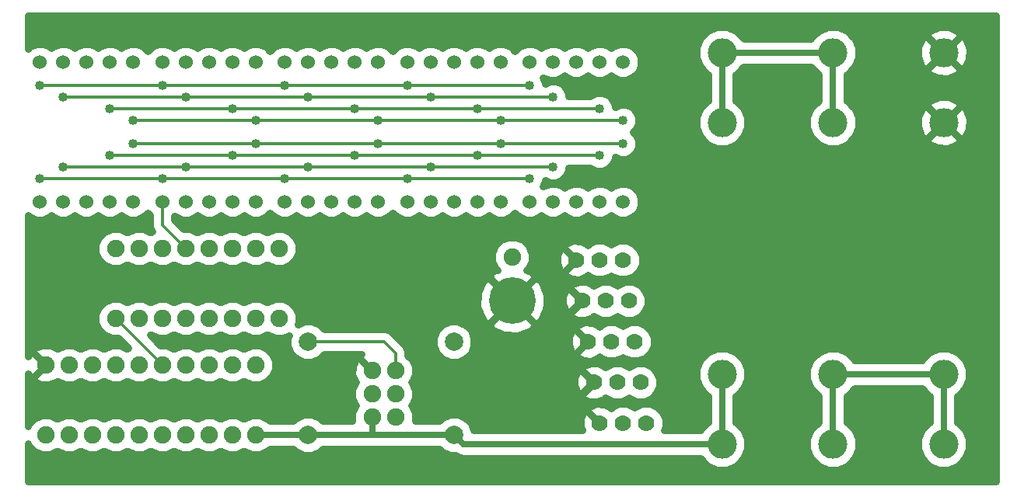
<source format=gbr>
G04 #@! TF.FileFunction,Copper,L2,Bot,Signal*
%FSLAX46Y46*%
G04 Gerber Fmt 4.6, Leading zero omitted, Abs format (unit mm)*
G04 Created by KiCad (PCBNEW 4.0.1-3.201512221402+6198~38~ubuntu15.04.1-stable) date Sat 16 Apr 2016 12:43:45 PM EDT*
%MOMM*%
G01*
G04 APERTURE LIST*
%ADD10C,0.100000*%
%ADD11C,3.175000*%
%ADD12C,1.778000*%
%ADD13C,1.524000*%
%ADD14C,1.905000*%
%ADD15C,5.080000*%
%ADD16C,1.016000*%
%ADD17C,1.998980*%
%ADD18C,0.635000*%
%ADD19C,0.304800*%
%ADD20C,0.787400*%
G04 APERTURE END LIST*
D10*
D11*
X209550000Y-58674000D03*
X209550000Y-66294000D03*
X209550000Y-93726000D03*
X209550000Y-101346000D03*
D12*
X186690000Y-81280000D03*
X184150000Y-81280000D03*
X181610000Y-81280000D03*
D11*
X197485000Y-101346000D03*
X197485000Y-93726000D03*
X197485000Y-66294000D03*
X197485000Y-58674000D03*
X221615000Y-101346000D03*
X221615000Y-93726000D03*
X221615000Y-66294000D03*
X221615000Y-58674000D03*
D13*
X123190000Y-74930000D03*
X125730000Y-74930000D03*
X128270000Y-74930000D03*
X130810000Y-74930000D03*
X133350000Y-74930000D03*
X133350000Y-59690000D03*
X130810000Y-59690000D03*
X128270000Y-59690000D03*
X125730000Y-59690000D03*
X123190000Y-59690000D03*
X136525000Y-74930000D03*
X139065000Y-74930000D03*
X141605000Y-74930000D03*
X144145000Y-74930000D03*
X146685000Y-74930000D03*
X146685000Y-59690000D03*
X144145000Y-59690000D03*
X141605000Y-59690000D03*
X139065000Y-59690000D03*
X136525000Y-59690000D03*
X149860000Y-74930000D03*
X152400000Y-74930000D03*
X154940000Y-74930000D03*
X157480000Y-74930000D03*
X160020000Y-74930000D03*
X160020000Y-59690000D03*
X157480000Y-59690000D03*
X154940000Y-59690000D03*
X152400000Y-59690000D03*
X149860000Y-59690000D03*
X163195000Y-74930000D03*
X165735000Y-74930000D03*
X168275000Y-74930000D03*
X170815000Y-74930000D03*
X173355000Y-74930000D03*
X173355000Y-59690000D03*
X170815000Y-59690000D03*
X168275000Y-59690000D03*
X165735000Y-59690000D03*
X163195000Y-59690000D03*
X176530000Y-74930000D03*
X179070000Y-74930000D03*
X181610000Y-74930000D03*
X184150000Y-74930000D03*
X186690000Y-74930000D03*
X186690000Y-59690000D03*
X184150000Y-59690000D03*
X181610000Y-59690000D03*
X179070000Y-59690000D03*
X176530000Y-59690000D03*
D14*
X146685000Y-92710000D03*
X144145000Y-92710000D03*
X141605000Y-92710000D03*
X139065000Y-92710000D03*
X136525000Y-92710000D03*
X133985000Y-92710000D03*
X131445000Y-92710000D03*
X128905000Y-92710000D03*
X126365000Y-92710000D03*
X123825000Y-92710000D03*
X123825000Y-100330000D03*
X126365000Y-100330000D03*
X128905000Y-100330000D03*
X131445000Y-100330000D03*
X133985000Y-100330000D03*
X136525000Y-100330000D03*
X139065000Y-100330000D03*
X141605000Y-100330000D03*
X144145000Y-100330000D03*
X146685000Y-100330000D03*
X161925000Y-98425000D03*
X161925000Y-95885000D03*
X161925000Y-93345000D03*
X159385000Y-93345000D03*
X159385000Y-95885000D03*
X159385000Y-98425000D03*
D12*
X189230000Y-99060000D03*
X186690000Y-99060000D03*
X184150000Y-99060000D03*
X188595000Y-94615000D03*
X186055000Y-94615000D03*
X183515000Y-94615000D03*
X187960000Y-90170000D03*
X185420000Y-90170000D03*
X182880000Y-90170000D03*
X187325000Y-85725000D03*
X184785000Y-85725000D03*
X182245000Y-85725000D03*
D14*
X149225000Y-80010000D03*
X146685000Y-80010000D03*
X144145000Y-80010000D03*
X141605000Y-80010000D03*
X139065000Y-80010000D03*
X136525000Y-80010000D03*
X133985000Y-80010000D03*
X131445000Y-80010000D03*
X131445000Y-87630000D03*
X133985000Y-87630000D03*
X136525000Y-87630000D03*
X139065000Y-87630000D03*
X141605000Y-87630000D03*
X144145000Y-87630000D03*
X146685000Y-87630000D03*
X149225000Y-87630000D03*
D15*
X174625000Y-85725000D03*
D14*
X174625000Y-80925162D03*
D16*
X130810000Y-64770000D03*
X133350000Y-66040000D03*
X130810000Y-69850000D03*
X125730000Y-71120000D03*
X123190000Y-72390000D03*
X125730000Y-63500000D03*
X123190000Y-62230000D03*
X133350000Y-68580000D03*
X144145000Y-64770000D03*
X146685000Y-66040000D03*
X144145000Y-69850000D03*
X139065000Y-71120000D03*
X136525000Y-72390000D03*
X139065000Y-63500000D03*
X136525000Y-62230000D03*
X146685000Y-68580000D03*
X157480000Y-64770000D03*
X160020000Y-66040000D03*
X157480000Y-69850000D03*
X152400000Y-71120000D03*
X149860000Y-72390000D03*
X152400000Y-63500000D03*
X149860000Y-62230000D03*
X160020000Y-68580000D03*
X170815000Y-64770000D03*
X173355000Y-66040000D03*
X170815000Y-69850000D03*
X165735000Y-71120000D03*
X163195000Y-72390000D03*
X165735000Y-63500000D03*
X163195000Y-62230000D03*
X173355000Y-68580000D03*
X184150000Y-64770000D03*
X186690000Y-66040000D03*
X184150000Y-69850000D03*
X179070000Y-71120000D03*
X176530000Y-72390000D03*
X179070000Y-63500000D03*
X176530000Y-62230000D03*
X186690000Y-68580000D03*
D17*
X152400000Y-100330000D03*
X152400000Y-90170000D03*
X168275000Y-100330000D03*
X168275000Y-90170000D03*
D18*
X159385000Y-100330000D02*
X159385000Y-98425000D01*
X146685000Y-100330000D02*
X152400000Y-100330000D01*
X152400000Y-100330000D02*
X159385000Y-100330000D01*
X159385000Y-100330000D02*
X168275000Y-100330000D01*
X168275000Y-100330000D02*
X169291000Y-101346000D01*
X169291000Y-101346000D02*
X197485000Y-101346000D01*
X197231000Y-101600000D02*
X197485000Y-101346000D01*
X197485000Y-101346000D02*
X197485000Y-93726000D01*
X197231000Y-101600000D02*
X197485000Y-101346000D01*
D19*
X123190000Y-72390000D02*
X136525000Y-72390000D01*
X136525000Y-72390000D02*
X149860000Y-72390000D01*
X149860000Y-72390000D02*
X163195000Y-72390000D01*
X163195000Y-72390000D02*
X176530000Y-72390000D01*
X136525000Y-74930000D02*
X136525000Y-77470000D01*
X136525000Y-77470000D02*
X139065000Y-80010000D01*
X125730000Y-71120000D02*
X139065000Y-71120000D01*
X139065000Y-71120000D02*
X152400000Y-71120000D01*
X152400000Y-71120000D02*
X165735000Y-71120000D01*
X179070000Y-71120000D02*
X165735000Y-71120000D01*
X130810000Y-69850000D02*
X144145000Y-69850000D01*
X144145000Y-69850000D02*
X157480000Y-69850000D01*
X157480000Y-69850000D02*
X170815000Y-69850000D01*
X170815000Y-69850000D02*
X184150000Y-69850000D01*
X133350000Y-68580000D02*
X146685000Y-68580000D01*
X146685000Y-68580000D02*
X160020000Y-68580000D01*
X160020000Y-68580000D02*
X173355000Y-68580000D01*
X186690000Y-68580000D02*
X173355000Y-68580000D01*
X133350000Y-66040000D02*
X146685000Y-66040000D01*
X146685000Y-66040000D02*
X160020000Y-66040000D01*
X160020000Y-66040000D02*
X173355000Y-66040000D01*
X173355000Y-66040000D02*
X186690000Y-66040000D01*
X130810000Y-64770000D02*
X144145000Y-64770000D01*
X144145000Y-64770000D02*
X157480000Y-64770000D01*
X157480000Y-64770000D02*
X170815000Y-64770000D01*
X170815000Y-64770000D02*
X184150000Y-64770000D01*
X125730000Y-63500000D02*
X139065000Y-63500000D01*
X139065000Y-63500000D02*
X152400000Y-63500000D01*
X152400000Y-63500000D02*
X165735000Y-63500000D01*
X179070000Y-63500000D02*
X165735000Y-63500000D01*
X163195000Y-62230000D02*
X176530000Y-62230000D01*
X149860000Y-62230000D02*
X163195000Y-62230000D01*
X136525000Y-62230000D02*
X149860000Y-62230000D01*
X123190000Y-62230000D02*
X136525000Y-62230000D01*
X152400000Y-90170000D02*
X160655000Y-90170000D01*
X161925000Y-91440000D02*
X161925000Y-93345000D01*
X160655000Y-90170000D02*
X161925000Y-91440000D01*
X131445000Y-87630000D02*
X136525000Y-92710000D01*
D18*
X197485000Y-66294000D02*
X197485000Y-58674000D01*
X197485000Y-58674000D02*
X209550000Y-58674000D01*
X209550000Y-58674000D02*
X209550000Y-66294000D01*
X209550000Y-101346000D02*
X209550000Y-93726000D01*
X209550000Y-93726000D02*
X221615000Y-93726000D01*
X221615000Y-93726000D02*
X221615000Y-101346000D01*
D20*
G36*
X227343900Y-105423900D02*
X121906100Y-105423900D01*
X121906100Y-101273047D01*
X122015167Y-101537009D01*
X122614835Y-102137724D01*
X123398739Y-102463229D01*
X124247537Y-102463970D01*
X125032009Y-102139833D01*
X125094584Y-102077367D01*
X125154835Y-102137724D01*
X125938739Y-102463229D01*
X126787537Y-102463970D01*
X127572009Y-102139833D01*
X127634584Y-102077367D01*
X127694835Y-102137724D01*
X128478739Y-102463229D01*
X129327537Y-102463970D01*
X130112009Y-102139833D01*
X130174584Y-102077367D01*
X130234835Y-102137724D01*
X131018739Y-102463229D01*
X131867537Y-102463970D01*
X132652009Y-102139833D01*
X132714584Y-102077367D01*
X132774835Y-102137724D01*
X133558739Y-102463229D01*
X134407537Y-102463970D01*
X135192009Y-102139833D01*
X135254584Y-102077367D01*
X135314835Y-102137724D01*
X136098739Y-102463229D01*
X136947537Y-102463970D01*
X137732009Y-102139833D01*
X137794584Y-102077367D01*
X137854835Y-102137724D01*
X138638739Y-102463229D01*
X139487537Y-102463970D01*
X140272009Y-102139833D01*
X140334584Y-102077367D01*
X140394835Y-102137724D01*
X141178739Y-102463229D01*
X142027537Y-102463970D01*
X142812009Y-102139833D01*
X142874584Y-102077367D01*
X142934835Y-102137724D01*
X143718739Y-102463229D01*
X144567537Y-102463970D01*
X145352009Y-102139833D01*
X145414584Y-102077367D01*
X145474835Y-102137724D01*
X146258739Y-102463229D01*
X147107537Y-102463970D01*
X147892009Y-102139833D01*
X148203785Y-101828600D01*
X150814855Y-101828600D01*
X151163182Y-102177536D01*
X151964351Y-102510210D01*
X152831843Y-102510967D01*
X153633591Y-102179692D01*
X153985297Y-101828600D01*
X166689855Y-101828600D01*
X167038182Y-102177536D01*
X167839351Y-102510210D01*
X168388502Y-102510689D01*
X168717510Y-102730526D01*
X169291000Y-102844600D01*
X195108580Y-102844600D01*
X195136527Y-102912237D01*
X195914666Y-103691736D01*
X196931875Y-104114118D01*
X198033292Y-104115079D01*
X199051237Y-103694473D01*
X199830736Y-102916334D01*
X200253118Y-101899125D01*
X200254079Y-100797708D01*
X199833473Y-99779763D01*
X199055334Y-99000264D01*
X198983600Y-98970477D01*
X198983600Y-96102420D01*
X199051237Y-96074473D01*
X199830736Y-95296334D01*
X200253118Y-94279125D01*
X200253122Y-94274292D01*
X206780921Y-94274292D01*
X207201527Y-95292237D01*
X207979666Y-96071736D01*
X208051400Y-96101523D01*
X208051400Y-98969580D01*
X207983763Y-98997527D01*
X207204264Y-99775666D01*
X206781882Y-100792875D01*
X206780921Y-101894292D01*
X207201527Y-102912237D01*
X207979666Y-103691736D01*
X208996875Y-104114118D01*
X210098292Y-104115079D01*
X211116237Y-103694473D01*
X211895736Y-102916334D01*
X212318118Y-101899125D01*
X212319079Y-100797708D01*
X211898473Y-99779763D01*
X211120334Y-99000264D01*
X211048600Y-98970477D01*
X211048600Y-96102420D01*
X211116237Y-96074473D01*
X211895736Y-95296334D01*
X211925523Y-95224600D01*
X219238580Y-95224600D01*
X219266527Y-95292237D01*
X220044666Y-96071736D01*
X220116400Y-96101523D01*
X220116400Y-98969580D01*
X220048763Y-98997527D01*
X219269264Y-99775666D01*
X218846882Y-100792875D01*
X218845921Y-101894292D01*
X219266527Y-102912237D01*
X220044666Y-103691736D01*
X221061875Y-104114118D01*
X222163292Y-104115079D01*
X223181237Y-103694473D01*
X223960736Y-102916334D01*
X224383118Y-101899125D01*
X224384079Y-100797708D01*
X223963473Y-99779763D01*
X223185334Y-99000264D01*
X223113600Y-98970477D01*
X223113600Y-96102420D01*
X223181237Y-96074473D01*
X223960736Y-95296334D01*
X224383118Y-94279125D01*
X224384079Y-93177708D01*
X223963473Y-92159763D01*
X223185334Y-91380264D01*
X222168125Y-90957882D01*
X221066708Y-90956921D01*
X220048763Y-91377527D01*
X219269264Y-92155666D01*
X219239477Y-92227400D01*
X211926420Y-92227400D01*
X211898473Y-92159763D01*
X211120334Y-91380264D01*
X210103125Y-90957882D01*
X209001708Y-90956921D01*
X207983763Y-91377527D01*
X207204264Y-92155666D01*
X206781882Y-93172875D01*
X206780921Y-94274292D01*
X200253122Y-94274292D01*
X200254079Y-93177708D01*
X199833473Y-92159763D01*
X199055334Y-91380264D01*
X198038125Y-90957882D01*
X196936708Y-90956921D01*
X195918763Y-91377527D01*
X195139264Y-92155666D01*
X194716882Y-93172875D01*
X194715921Y-94274292D01*
X195136527Y-95292237D01*
X195914666Y-96071736D01*
X195986400Y-96101523D01*
X195986400Y-98969580D01*
X195918763Y-98997527D01*
X195139264Y-99775666D01*
X195109477Y-99847400D01*
X191144514Y-99847400D01*
X191299740Y-99473575D01*
X191300459Y-98650038D01*
X190985969Y-97888914D01*
X190404149Y-97306078D01*
X189643575Y-96990260D01*
X188820038Y-96989541D01*
X188058914Y-97304031D01*
X187960338Y-97402435D01*
X187864149Y-97306078D01*
X187103575Y-96990260D01*
X186280038Y-96989541D01*
X185518914Y-97304031D01*
X185389569Y-97433150D01*
X185380316Y-97345009D01*
X184630365Y-97004734D01*
X183807284Y-96977354D01*
X183036378Y-97267037D01*
X182919684Y-97345009D01*
X182875343Y-97767383D01*
X184150000Y-99042039D01*
X184164142Y-99027897D01*
X184182103Y-99045858D01*
X184167961Y-99060000D01*
X184182103Y-99074142D01*
X184164142Y-99092103D01*
X184150000Y-99077961D01*
X184135858Y-99092103D01*
X184117897Y-99074142D01*
X184132039Y-99060000D01*
X182857383Y-97785343D01*
X182435009Y-97829684D01*
X182094734Y-98579635D01*
X182067354Y-99402716D01*
X182234453Y-99847400D01*
X170434995Y-99847400D01*
X170124692Y-99096409D01*
X169511818Y-98482464D01*
X168710649Y-98149790D01*
X167843157Y-98149033D01*
X167041409Y-98480308D01*
X166689703Y-98831400D01*
X164058246Y-98831400D01*
X164058970Y-98002463D01*
X163734833Y-97217991D01*
X163672367Y-97155416D01*
X163732724Y-97095165D01*
X164058229Y-96311261D01*
X164058970Y-95462463D01*
X163850413Y-94957716D01*
X181432354Y-94957716D01*
X181722037Y-95728622D01*
X181800009Y-95845316D01*
X182222383Y-95889657D01*
X183497039Y-94615000D01*
X182222383Y-93340343D01*
X181800009Y-93384684D01*
X181459734Y-94134635D01*
X181432354Y-94957716D01*
X163850413Y-94957716D01*
X163734833Y-94677991D01*
X163672367Y-94615416D01*
X163732724Y-94555165D01*
X164058229Y-93771261D01*
X164058620Y-93322383D01*
X182240343Y-93322383D01*
X183515000Y-94597039D01*
X183529142Y-94582897D01*
X183547103Y-94600858D01*
X183532961Y-94615000D01*
X183547103Y-94629142D01*
X183529142Y-94647103D01*
X183515000Y-94632961D01*
X182240343Y-95907617D01*
X182284684Y-96329991D01*
X183034635Y-96670266D01*
X183857716Y-96697646D01*
X184628622Y-96407963D01*
X184745316Y-96329991D01*
X184754515Y-96242365D01*
X184880851Y-96368922D01*
X185641425Y-96684740D01*
X186464962Y-96685459D01*
X187226086Y-96370969D01*
X187324662Y-96272565D01*
X187420851Y-96368922D01*
X188181425Y-96684740D01*
X189004962Y-96685459D01*
X189766086Y-96370969D01*
X190348922Y-95789149D01*
X190664740Y-95028575D01*
X190665459Y-94205038D01*
X190350969Y-93443914D01*
X189769149Y-92861078D01*
X189008575Y-92545260D01*
X188185038Y-92544541D01*
X187423914Y-92859031D01*
X187325338Y-92957435D01*
X187229149Y-92861078D01*
X186468575Y-92545260D01*
X185645038Y-92544541D01*
X184883914Y-92859031D01*
X184754569Y-92988150D01*
X184745316Y-92900009D01*
X183995365Y-92559734D01*
X183172284Y-92532354D01*
X182401378Y-92822037D01*
X182284684Y-92900009D01*
X182240343Y-93322383D01*
X164058620Y-93322383D01*
X164058970Y-92922463D01*
X163734833Y-92137991D01*
X163258500Y-91660826D01*
X163258500Y-91440000D01*
X163193441Y-91112927D01*
X163156993Y-90929691D01*
X162937933Y-90601843D01*
X166094033Y-90601843D01*
X166425308Y-91403591D01*
X167038182Y-92017536D01*
X167839351Y-92350210D01*
X168706843Y-92350967D01*
X169508591Y-92019692D01*
X170122536Y-91406818D01*
X170455210Y-90605649D01*
X170455291Y-90512716D01*
X180797354Y-90512716D01*
X181087037Y-91283622D01*
X181165009Y-91400316D01*
X181587383Y-91444657D01*
X182862039Y-90170000D01*
X181587383Y-88895343D01*
X181165009Y-88939684D01*
X180824734Y-89689635D01*
X180797354Y-90512716D01*
X170455291Y-90512716D01*
X170455967Y-89738157D01*
X170124692Y-88936409D01*
X169511818Y-88322464D01*
X169236006Y-88207937D01*
X172160024Y-88207937D01*
X172405229Y-88801859D01*
X173751662Y-89417117D01*
X175231053Y-89470284D01*
X176618178Y-88953265D01*
X176731742Y-88877383D01*
X181605343Y-88877383D01*
X182880000Y-90152039D01*
X182894142Y-90137897D01*
X182912103Y-90155858D01*
X182897961Y-90170000D01*
X182912103Y-90184142D01*
X182894142Y-90202103D01*
X182880000Y-90187961D01*
X181605343Y-91462617D01*
X181649684Y-91884991D01*
X182399635Y-92225266D01*
X183222716Y-92252646D01*
X183993622Y-91962963D01*
X184110316Y-91884991D01*
X184119515Y-91797365D01*
X184245851Y-91923922D01*
X185006425Y-92239740D01*
X185829962Y-92240459D01*
X186591086Y-91925969D01*
X186689662Y-91827565D01*
X186785851Y-91923922D01*
X187546425Y-92239740D01*
X188369962Y-92240459D01*
X189131086Y-91925969D01*
X189713922Y-91344149D01*
X190029740Y-90583575D01*
X190030459Y-89760038D01*
X189715969Y-88998914D01*
X189134149Y-88416078D01*
X188373575Y-88100260D01*
X187550038Y-88099541D01*
X186788914Y-88414031D01*
X186690338Y-88512435D01*
X186594149Y-88416078D01*
X185833575Y-88100260D01*
X185010038Y-88099541D01*
X184248914Y-88414031D01*
X184119569Y-88543150D01*
X184110316Y-88455009D01*
X183360365Y-88114734D01*
X182537284Y-88087354D01*
X181766378Y-88377037D01*
X181649684Y-88455009D01*
X181605343Y-88877383D01*
X176731742Y-88877383D01*
X176844771Y-88801859D01*
X177089976Y-88207937D01*
X174625000Y-85742961D01*
X172160024Y-88207937D01*
X169236006Y-88207937D01*
X168710649Y-87989790D01*
X167843157Y-87989033D01*
X167041409Y-88320308D01*
X166427464Y-88933182D01*
X166094790Y-89734351D01*
X166094033Y-90601843D01*
X162937933Y-90601843D01*
X162867927Y-90497073D01*
X161597927Y-89227073D01*
X161165308Y-88938007D01*
X160655000Y-88836500D01*
X154149957Y-88836500D01*
X153636818Y-88322464D01*
X152835649Y-87989790D01*
X151968157Y-87989033D01*
X151265607Y-88279320D01*
X151358229Y-88056261D01*
X151358970Y-87207463D01*
X151034833Y-86422991D01*
X150943056Y-86331053D01*
X170879716Y-86331053D01*
X171396735Y-87718178D01*
X171548141Y-87944771D01*
X172142063Y-88189976D01*
X174607039Y-85725000D01*
X174642961Y-85725000D01*
X177107937Y-88189976D01*
X177701859Y-87944771D01*
X178317117Y-86598338D01*
X178336186Y-86067716D01*
X180162354Y-86067716D01*
X180452037Y-86838622D01*
X180530009Y-86955316D01*
X180952383Y-86999657D01*
X182227039Y-85725000D01*
X180952383Y-84450343D01*
X180530009Y-84494684D01*
X180189734Y-85244635D01*
X180162354Y-86067716D01*
X178336186Y-86067716D01*
X178370284Y-85118947D01*
X178114384Y-84432383D01*
X180970343Y-84432383D01*
X182245000Y-85707039D01*
X182259142Y-85692897D01*
X182277103Y-85710858D01*
X182262961Y-85725000D01*
X182277103Y-85739142D01*
X182259142Y-85757103D01*
X182245000Y-85742961D01*
X180970343Y-87017617D01*
X181014684Y-87439991D01*
X181764635Y-87780266D01*
X182587716Y-87807646D01*
X183358622Y-87517963D01*
X183475316Y-87439991D01*
X183484515Y-87352365D01*
X183610851Y-87478922D01*
X184371425Y-87794740D01*
X185194962Y-87795459D01*
X185956086Y-87480969D01*
X186054662Y-87382565D01*
X186150851Y-87478922D01*
X186911425Y-87794740D01*
X187734962Y-87795459D01*
X188496086Y-87480969D01*
X189078922Y-86899149D01*
X189394740Y-86138575D01*
X189395459Y-85315038D01*
X189080969Y-84553914D01*
X188499149Y-83971078D01*
X187738575Y-83655260D01*
X186915038Y-83654541D01*
X186153914Y-83969031D01*
X186055338Y-84067435D01*
X185959149Y-83971078D01*
X185198575Y-83655260D01*
X184375038Y-83654541D01*
X183613914Y-83969031D01*
X183484569Y-84098150D01*
X183475316Y-84010009D01*
X182725365Y-83669734D01*
X181902284Y-83642354D01*
X181131378Y-83932037D01*
X181014684Y-84010009D01*
X180970343Y-84432383D01*
X178114384Y-84432383D01*
X177853265Y-83731822D01*
X177701859Y-83505229D01*
X177107937Y-83260024D01*
X174642961Y-85725000D01*
X174607039Y-85725000D01*
X172142063Y-83260024D01*
X171548141Y-83505229D01*
X170932883Y-84851662D01*
X170879716Y-86331053D01*
X150943056Y-86331053D01*
X150435165Y-85822276D01*
X149651261Y-85496771D01*
X148802463Y-85496030D01*
X148017991Y-85820167D01*
X147955416Y-85882633D01*
X147895165Y-85822276D01*
X147111261Y-85496771D01*
X146262463Y-85496030D01*
X145477991Y-85820167D01*
X145415416Y-85882633D01*
X145355165Y-85822276D01*
X144571261Y-85496771D01*
X143722463Y-85496030D01*
X142937991Y-85820167D01*
X142875416Y-85882633D01*
X142815165Y-85822276D01*
X142031261Y-85496771D01*
X141182463Y-85496030D01*
X140397991Y-85820167D01*
X140335416Y-85882633D01*
X140275165Y-85822276D01*
X139491261Y-85496771D01*
X138642463Y-85496030D01*
X137857991Y-85820167D01*
X137795416Y-85882633D01*
X137735165Y-85822276D01*
X136951261Y-85496771D01*
X136102463Y-85496030D01*
X135317991Y-85820167D01*
X135255416Y-85882633D01*
X135195165Y-85822276D01*
X134411261Y-85496771D01*
X133562463Y-85496030D01*
X132777991Y-85820167D01*
X132715416Y-85882633D01*
X132655165Y-85822276D01*
X131871261Y-85496771D01*
X131022463Y-85496030D01*
X130237991Y-85820167D01*
X129637276Y-86419835D01*
X129311771Y-87203739D01*
X129311030Y-88052537D01*
X129635167Y-88837009D01*
X130234835Y-89437724D01*
X131018739Y-89763229D01*
X131692964Y-89763818D01*
X132814307Y-90885161D01*
X132777991Y-90900167D01*
X132715416Y-90962633D01*
X132655165Y-90902276D01*
X131871261Y-90576771D01*
X131022463Y-90576030D01*
X130237991Y-90900167D01*
X130175416Y-90962633D01*
X130115165Y-90902276D01*
X129331261Y-90576771D01*
X128482463Y-90576030D01*
X127697991Y-90900167D01*
X127635416Y-90962633D01*
X127575165Y-90902276D01*
X126791261Y-90576771D01*
X125942463Y-90576030D01*
X125157991Y-90900167D01*
X125095758Y-90962291D01*
X125093372Y-90942630D01*
X124320480Y-90591778D01*
X123472155Y-90563406D01*
X122677548Y-90861834D01*
X122556628Y-90942630D01*
X122504562Y-91371601D01*
X123825000Y-92692039D01*
X123839142Y-92677897D01*
X123857103Y-92695858D01*
X123842961Y-92710000D01*
X123857103Y-92724142D01*
X123839142Y-92742103D01*
X123825000Y-92727961D01*
X122504562Y-94048399D01*
X122556628Y-94477370D01*
X123329520Y-94828222D01*
X124177845Y-94856594D01*
X124972452Y-94558166D01*
X125093372Y-94477370D01*
X125095668Y-94458454D01*
X125154835Y-94517724D01*
X125938739Y-94843229D01*
X126787537Y-94843970D01*
X127572009Y-94519833D01*
X127634584Y-94457367D01*
X127694835Y-94517724D01*
X128478739Y-94843229D01*
X129327537Y-94843970D01*
X130112009Y-94519833D01*
X130174584Y-94457367D01*
X130234835Y-94517724D01*
X131018739Y-94843229D01*
X131867537Y-94843970D01*
X132652009Y-94519833D01*
X132714584Y-94457367D01*
X132774835Y-94517724D01*
X133558739Y-94843229D01*
X134407537Y-94843970D01*
X135192009Y-94519833D01*
X135254584Y-94457367D01*
X135314835Y-94517724D01*
X136098739Y-94843229D01*
X136947537Y-94843970D01*
X137732009Y-94519833D01*
X137794584Y-94457367D01*
X137854835Y-94517724D01*
X138638739Y-94843229D01*
X139487537Y-94843970D01*
X140272009Y-94519833D01*
X140334584Y-94457367D01*
X140394835Y-94517724D01*
X141178739Y-94843229D01*
X142027537Y-94843970D01*
X142812009Y-94519833D01*
X142874584Y-94457367D01*
X142934835Y-94517724D01*
X143718739Y-94843229D01*
X144567537Y-94843970D01*
X145352009Y-94519833D01*
X145414584Y-94457367D01*
X145474835Y-94517724D01*
X146258739Y-94843229D01*
X147107537Y-94843970D01*
X147892009Y-94519833D01*
X148492724Y-93920165D01*
X148818229Y-93136261D01*
X148818970Y-92287463D01*
X148494833Y-91502991D01*
X147895165Y-90902276D01*
X147111261Y-90576771D01*
X146262463Y-90576030D01*
X145477991Y-90900167D01*
X145415416Y-90962633D01*
X145355165Y-90902276D01*
X144571261Y-90576771D01*
X143722463Y-90576030D01*
X142937991Y-90900167D01*
X142875416Y-90962633D01*
X142815165Y-90902276D01*
X142031261Y-90576771D01*
X141182463Y-90576030D01*
X140397991Y-90900167D01*
X140335416Y-90962633D01*
X140275165Y-90902276D01*
X139491261Y-90576771D01*
X138642463Y-90576030D01*
X137857991Y-90900167D01*
X137795416Y-90962633D01*
X137735165Y-90902276D01*
X136951261Y-90576771D01*
X136277036Y-90576182D01*
X135155693Y-89454839D01*
X135192009Y-89439833D01*
X135254584Y-89377367D01*
X135314835Y-89437724D01*
X136098739Y-89763229D01*
X136947537Y-89763970D01*
X137732009Y-89439833D01*
X137794584Y-89377367D01*
X137854835Y-89437724D01*
X138638739Y-89763229D01*
X139487537Y-89763970D01*
X140272009Y-89439833D01*
X140334584Y-89377367D01*
X140394835Y-89437724D01*
X141178739Y-89763229D01*
X142027537Y-89763970D01*
X142812009Y-89439833D01*
X142874584Y-89377367D01*
X142934835Y-89437724D01*
X143718739Y-89763229D01*
X144567537Y-89763970D01*
X145352009Y-89439833D01*
X145414584Y-89377367D01*
X145474835Y-89437724D01*
X146258739Y-89763229D01*
X147107537Y-89763970D01*
X147892009Y-89439833D01*
X147954584Y-89377367D01*
X148014835Y-89437724D01*
X148798739Y-89763229D01*
X149647537Y-89763970D01*
X150323461Y-89484684D01*
X150219790Y-89734351D01*
X150219033Y-90601843D01*
X150550308Y-91403591D01*
X151163182Y-92017536D01*
X151964351Y-92350210D01*
X152831843Y-92350967D01*
X153633591Y-92019692D01*
X154150685Y-91503500D01*
X158227572Y-91503500D01*
X158116628Y-91577630D01*
X158064562Y-92006601D01*
X159385000Y-93327039D01*
X159399142Y-93312897D01*
X159417103Y-93330858D01*
X159402961Y-93345000D01*
X159417103Y-93359142D01*
X159399142Y-93377103D01*
X159385000Y-93362961D01*
X159370858Y-93377103D01*
X159352897Y-93359142D01*
X159367039Y-93345000D01*
X158046601Y-92024562D01*
X157617630Y-92076628D01*
X157266778Y-92849520D01*
X157238406Y-93697845D01*
X157536834Y-94492452D01*
X157617630Y-94613372D01*
X157636546Y-94615668D01*
X157577276Y-94674835D01*
X157251771Y-95458739D01*
X157251030Y-96307537D01*
X157575167Y-97092009D01*
X157637633Y-97154584D01*
X157577276Y-97214835D01*
X157251771Y-97998739D01*
X157251044Y-98831400D01*
X153985145Y-98831400D01*
X153636818Y-98482464D01*
X152835649Y-98149790D01*
X151968157Y-98149033D01*
X151166409Y-98480308D01*
X150814703Y-98831400D01*
X148203750Y-98831400D01*
X147895165Y-98522276D01*
X147111261Y-98196771D01*
X146262463Y-98196030D01*
X145477991Y-98520167D01*
X145415416Y-98582633D01*
X145355165Y-98522276D01*
X144571261Y-98196771D01*
X143722463Y-98196030D01*
X142937991Y-98520167D01*
X142875416Y-98582633D01*
X142815165Y-98522276D01*
X142031261Y-98196771D01*
X141182463Y-98196030D01*
X140397991Y-98520167D01*
X140335416Y-98582633D01*
X140275165Y-98522276D01*
X139491261Y-98196771D01*
X138642463Y-98196030D01*
X137857991Y-98520167D01*
X137795416Y-98582633D01*
X137735165Y-98522276D01*
X136951261Y-98196771D01*
X136102463Y-98196030D01*
X135317991Y-98520167D01*
X135255416Y-98582633D01*
X135195165Y-98522276D01*
X134411261Y-98196771D01*
X133562463Y-98196030D01*
X132777991Y-98520167D01*
X132715416Y-98582633D01*
X132655165Y-98522276D01*
X131871261Y-98196771D01*
X131022463Y-98196030D01*
X130237991Y-98520167D01*
X130175416Y-98582633D01*
X130115165Y-98522276D01*
X129331261Y-98196771D01*
X128482463Y-98196030D01*
X127697991Y-98520167D01*
X127635416Y-98582633D01*
X127575165Y-98522276D01*
X126791261Y-98196771D01*
X125942463Y-98196030D01*
X125157991Y-98520167D01*
X125095416Y-98582633D01*
X125035165Y-98522276D01*
X124251261Y-98196771D01*
X123402463Y-98196030D01*
X122617991Y-98520167D01*
X122017276Y-99119835D01*
X121906100Y-99387577D01*
X121906100Y-93669113D01*
X121976834Y-93857452D01*
X122057630Y-93978372D01*
X122486601Y-94030438D01*
X123807039Y-92710000D01*
X122486601Y-91389562D01*
X122057630Y-91441628D01*
X121906100Y-91775433D01*
X121906100Y-83242063D01*
X172160024Y-83242063D01*
X174625000Y-85707039D01*
X177089976Y-83242063D01*
X176844771Y-82648141D01*
X176209713Y-82357949D01*
X176432724Y-82135327D01*
X176645578Y-81622716D01*
X179527354Y-81622716D01*
X179817037Y-82393622D01*
X179895009Y-82510316D01*
X180317383Y-82554657D01*
X181592039Y-81280000D01*
X180317383Y-80005343D01*
X179895009Y-80049684D01*
X179554734Y-80799635D01*
X179527354Y-81622716D01*
X176645578Y-81622716D01*
X176758229Y-81351423D01*
X176758970Y-80502625D01*
X176546077Y-79987383D01*
X180335343Y-79987383D01*
X181610000Y-81262039D01*
X181624142Y-81247897D01*
X181642103Y-81265858D01*
X181627961Y-81280000D01*
X181642103Y-81294142D01*
X181624142Y-81312103D01*
X181610000Y-81297961D01*
X180335343Y-82572617D01*
X180379684Y-82994991D01*
X181129635Y-83335266D01*
X181952716Y-83362646D01*
X182723622Y-83072963D01*
X182840316Y-82994991D01*
X182849515Y-82907365D01*
X182975851Y-83033922D01*
X183736425Y-83349740D01*
X184559962Y-83350459D01*
X185321086Y-83035969D01*
X185419662Y-82937565D01*
X185515851Y-83033922D01*
X186276425Y-83349740D01*
X187099962Y-83350459D01*
X187861086Y-83035969D01*
X188443922Y-82454149D01*
X188759740Y-81693575D01*
X188760459Y-80870038D01*
X188445969Y-80108914D01*
X187864149Y-79526078D01*
X187103575Y-79210260D01*
X186280038Y-79209541D01*
X185518914Y-79524031D01*
X185420338Y-79622435D01*
X185324149Y-79526078D01*
X184563575Y-79210260D01*
X183740038Y-79209541D01*
X182978914Y-79524031D01*
X182849569Y-79653150D01*
X182840316Y-79565009D01*
X182090365Y-79224734D01*
X181267284Y-79197354D01*
X180496378Y-79487037D01*
X180379684Y-79565009D01*
X180335343Y-79987383D01*
X176546077Y-79987383D01*
X176434833Y-79718153D01*
X175835165Y-79117438D01*
X175051261Y-78791933D01*
X174202463Y-78791192D01*
X173417991Y-79115329D01*
X172817276Y-79714997D01*
X172491771Y-80498901D01*
X172491030Y-81347699D01*
X172815167Y-82132171D01*
X173030687Y-82348067D01*
X172631822Y-82496735D01*
X172405229Y-82648141D01*
X172160024Y-83242063D01*
X121906100Y-83242063D01*
X121906100Y-76394217D01*
X122087885Y-76576320D01*
X122801798Y-76872762D01*
X123574811Y-76873437D01*
X124289240Y-76578241D01*
X124459819Y-76407960D01*
X124627885Y-76576320D01*
X125341798Y-76872762D01*
X126114811Y-76873437D01*
X126829240Y-76578241D01*
X126999819Y-76407960D01*
X127167885Y-76576320D01*
X127881798Y-76872762D01*
X128654811Y-76873437D01*
X129369240Y-76578241D01*
X129539819Y-76407960D01*
X129707885Y-76576320D01*
X130421798Y-76872762D01*
X131194811Y-76873437D01*
X131909240Y-76578241D01*
X132079819Y-76407960D01*
X132247885Y-76576320D01*
X132961798Y-76872762D01*
X133734811Y-76873437D01*
X134449240Y-76578241D01*
X134937873Y-76090460D01*
X135191500Y-76344531D01*
X135191500Y-77470000D01*
X135293007Y-77980308D01*
X135413534Y-78160690D01*
X135317991Y-78200167D01*
X135255416Y-78262633D01*
X135195165Y-78202276D01*
X134411261Y-77876771D01*
X133562463Y-77876030D01*
X132777991Y-78200167D01*
X132715416Y-78262633D01*
X132655165Y-78202276D01*
X131871261Y-77876771D01*
X131022463Y-77876030D01*
X130237991Y-78200167D01*
X129637276Y-78799835D01*
X129311771Y-79583739D01*
X129311030Y-80432537D01*
X129635167Y-81217009D01*
X130234835Y-81817724D01*
X131018739Y-82143229D01*
X131867537Y-82143970D01*
X132652009Y-81819833D01*
X132714584Y-81757367D01*
X132774835Y-81817724D01*
X133558739Y-82143229D01*
X134407537Y-82143970D01*
X135192009Y-81819833D01*
X135254584Y-81757367D01*
X135314835Y-81817724D01*
X136098739Y-82143229D01*
X136947537Y-82143970D01*
X137732009Y-81819833D01*
X137794584Y-81757367D01*
X137854835Y-81817724D01*
X138638739Y-82143229D01*
X139487537Y-82143970D01*
X140272009Y-81819833D01*
X140334584Y-81757367D01*
X140394835Y-81817724D01*
X141178739Y-82143229D01*
X142027537Y-82143970D01*
X142812009Y-81819833D01*
X142874584Y-81757367D01*
X142934835Y-81817724D01*
X143718739Y-82143229D01*
X144567537Y-82143970D01*
X145352009Y-81819833D01*
X145414584Y-81757367D01*
X145474835Y-81817724D01*
X146258739Y-82143229D01*
X147107537Y-82143970D01*
X147892009Y-81819833D01*
X147954584Y-81757367D01*
X148014835Y-81817724D01*
X148798739Y-82143229D01*
X149647537Y-82143970D01*
X150432009Y-81819833D01*
X151032724Y-81220165D01*
X151358229Y-80436261D01*
X151358970Y-79587463D01*
X151034833Y-78802991D01*
X150435165Y-78202276D01*
X149651261Y-77876771D01*
X148802463Y-77876030D01*
X148017991Y-78200167D01*
X147955416Y-78262633D01*
X147895165Y-78202276D01*
X147111261Y-77876771D01*
X146262463Y-77876030D01*
X145477991Y-78200167D01*
X145415416Y-78262633D01*
X145355165Y-78202276D01*
X144571261Y-77876771D01*
X143722463Y-77876030D01*
X142937991Y-78200167D01*
X142875416Y-78262633D01*
X142815165Y-78202276D01*
X142031261Y-77876771D01*
X141182463Y-77876030D01*
X140397991Y-78200167D01*
X140335416Y-78262633D01*
X140275165Y-78202276D01*
X139491261Y-77876771D01*
X138817036Y-77876182D01*
X137858500Y-76917646D01*
X137858500Y-76471753D01*
X137962885Y-76576320D01*
X138676798Y-76872762D01*
X139449811Y-76873437D01*
X140164240Y-76578241D01*
X140334819Y-76407960D01*
X140502885Y-76576320D01*
X141216798Y-76872762D01*
X141989811Y-76873437D01*
X142704240Y-76578241D01*
X142874819Y-76407960D01*
X143042885Y-76576320D01*
X143756798Y-76872762D01*
X144529811Y-76873437D01*
X145244240Y-76578241D01*
X145414819Y-76407960D01*
X145582885Y-76576320D01*
X146296798Y-76872762D01*
X147069811Y-76873437D01*
X147784240Y-76578241D01*
X148272873Y-76090460D01*
X148757885Y-76576320D01*
X149471798Y-76872762D01*
X150244811Y-76873437D01*
X150959240Y-76578241D01*
X151129819Y-76407960D01*
X151297885Y-76576320D01*
X152011798Y-76872762D01*
X152784811Y-76873437D01*
X153499240Y-76578241D01*
X153669819Y-76407960D01*
X153837885Y-76576320D01*
X154551798Y-76872762D01*
X155324811Y-76873437D01*
X156039240Y-76578241D01*
X156209819Y-76407960D01*
X156377885Y-76576320D01*
X157091798Y-76872762D01*
X157864811Y-76873437D01*
X158579240Y-76578241D01*
X158749819Y-76407960D01*
X158917885Y-76576320D01*
X159631798Y-76872762D01*
X160404811Y-76873437D01*
X161119240Y-76578241D01*
X161607873Y-76090460D01*
X162092885Y-76576320D01*
X162806798Y-76872762D01*
X163579811Y-76873437D01*
X164294240Y-76578241D01*
X164464819Y-76407960D01*
X164632885Y-76576320D01*
X165346798Y-76872762D01*
X166119811Y-76873437D01*
X166834240Y-76578241D01*
X167004819Y-76407960D01*
X167172885Y-76576320D01*
X167886798Y-76872762D01*
X168659811Y-76873437D01*
X169374240Y-76578241D01*
X169544819Y-76407960D01*
X169712885Y-76576320D01*
X170426798Y-76872762D01*
X171199811Y-76873437D01*
X171914240Y-76578241D01*
X172084819Y-76407960D01*
X172252885Y-76576320D01*
X172966798Y-76872762D01*
X173739811Y-76873437D01*
X174454240Y-76578241D01*
X174942873Y-76090460D01*
X175427885Y-76576320D01*
X176141798Y-76872762D01*
X176914811Y-76873437D01*
X177629240Y-76578241D01*
X177799819Y-76407960D01*
X177967885Y-76576320D01*
X178681798Y-76872762D01*
X179454811Y-76873437D01*
X180169240Y-76578241D01*
X180339819Y-76407960D01*
X180507885Y-76576320D01*
X181221798Y-76872762D01*
X181994811Y-76873437D01*
X182709240Y-76578241D01*
X182879819Y-76407960D01*
X183047885Y-76576320D01*
X183761798Y-76872762D01*
X184534811Y-76873437D01*
X185249240Y-76578241D01*
X185419819Y-76407960D01*
X185587885Y-76576320D01*
X186301798Y-76872762D01*
X187074811Y-76873437D01*
X187789240Y-76578241D01*
X188336320Y-76032115D01*
X188632762Y-75318202D01*
X188633437Y-74545189D01*
X188338241Y-73830760D01*
X187792115Y-73283680D01*
X187078202Y-72987238D01*
X186305189Y-72986563D01*
X185590760Y-73281759D01*
X185420181Y-73452040D01*
X185252115Y-73283680D01*
X184538202Y-72987238D01*
X183765189Y-72986563D01*
X183050760Y-73281759D01*
X182880181Y-73452040D01*
X182712115Y-73283680D01*
X181998202Y-72987238D01*
X181225189Y-72986563D01*
X180510760Y-73281759D01*
X180340181Y-73452040D01*
X180172115Y-73283680D01*
X179458202Y-72987238D01*
X178685189Y-72986563D01*
X177992342Y-73272841D01*
X178218806Y-72727457D01*
X178218921Y-72595531D01*
X178732543Y-72808806D01*
X179404509Y-72809392D01*
X180025548Y-72552784D01*
X180501114Y-72078047D01*
X180758806Y-71457457D01*
X180759045Y-71183500D01*
X183094509Y-71183500D01*
X183191953Y-71281114D01*
X183812543Y-71538806D01*
X184484509Y-71539392D01*
X185105548Y-71282784D01*
X185581114Y-70808047D01*
X185838806Y-70187457D01*
X185838921Y-70055531D01*
X186352543Y-70268806D01*
X187024509Y-70269392D01*
X187645548Y-70012784D01*
X188121114Y-69538047D01*
X188378806Y-68917457D01*
X188379392Y-68245491D01*
X188122784Y-67624452D01*
X187808748Y-67309868D01*
X188121114Y-66998047D01*
X188378806Y-66377457D01*
X188379392Y-65705491D01*
X188122784Y-65084452D01*
X187648047Y-64608886D01*
X187027457Y-64351194D01*
X186355491Y-64350608D01*
X185839280Y-64563902D01*
X185839392Y-64435491D01*
X185582784Y-63814452D01*
X185108047Y-63338886D01*
X184487457Y-63081194D01*
X183815491Y-63080608D01*
X183194452Y-63337216D01*
X183094995Y-63436500D01*
X180759156Y-63436500D01*
X180759392Y-63165491D01*
X180502784Y-62544452D01*
X180028047Y-62068886D01*
X179407457Y-61811194D01*
X178735491Y-61810608D01*
X178219280Y-62023902D01*
X178219392Y-61895491D01*
X177992585Y-61346576D01*
X178681798Y-61632762D01*
X179454811Y-61633437D01*
X180169240Y-61338241D01*
X180339819Y-61167960D01*
X180507885Y-61336320D01*
X181221798Y-61632762D01*
X181994811Y-61633437D01*
X182709240Y-61338241D01*
X182879819Y-61167960D01*
X183047885Y-61336320D01*
X183761798Y-61632762D01*
X184534811Y-61633437D01*
X185249240Y-61338241D01*
X185419819Y-61167960D01*
X185587885Y-61336320D01*
X186301798Y-61632762D01*
X187074811Y-61633437D01*
X187789240Y-61338241D01*
X188336320Y-60792115D01*
X188632762Y-60078202D01*
X188633437Y-59305189D01*
X188599185Y-59222292D01*
X194715921Y-59222292D01*
X195136527Y-60240237D01*
X195914666Y-61019736D01*
X195986400Y-61049523D01*
X195986400Y-63917580D01*
X195918763Y-63945527D01*
X195139264Y-64723666D01*
X194716882Y-65740875D01*
X194715921Y-66842292D01*
X195136527Y-67860237D01*
X195914666Y-68639736D01*
X196931875Y-69062118D01*
X198033292Y-69063079D01*
X199051237Y-68642473D01*
X199830736Y-67864334D01*
X200253118Y-66847125D01*
X200254079Y-65745708D01*
X199833473Y-64727763D01*
X199055334Y-63948264D01*
X198983600Y-63918477D01*
X198983600Y-61050420D01*
X199051237Y-61022473D01*
X199830736Y-60244334D01*
X199860523Y-60172600D01*
X207173580Y-60172600D01*
X207201527Y-60240237D01*
X207979666Y-61019736D01*
X208051400Y-61049523D01*
X208051400Y-63917580D01*
X207983763Y-63945527D01*
X207204264Y-64723666D01*
X206781882Y-65740875D01*
X206780921Y-66842292D01*
X207201527Y-67860237D01*
X207979666Y-68639736D01*
X208996875Y-69062118D01*
X210098292Y-69063079D01*
X211116237Y-68642473D01*
X211669459Y-68090216D01*
X219836745Y-68090216D01*
X219966068Y-68585167D01*
X220968378Y-69041782D01*
X222069129Y-69080071D01*
X223100744Y-68694206D01*
X223263932Y-68585167D01*
X223393255Y-68090216D01*
X221615000Y-66311961D01*
X219836745Y-68090216D01*
X211669459Y-68090216D01*
X211895736Y-67864334D01*
X212318118Y-66847125D01*
X212318204Y-66748129D01*
X218828929Y-66748129D01*
X219214794Y-67779744D01*
X219323833Y-67942932D01*
X219818784Y-68072255D01*
X221597039Y-66294000D01*
X221632961Y-66294000D01*
X223411216Y-68072255D01*
X223906167Y-67942932D01*
X224362782Y-66940622D01*
X224401071Y-65839871D01*
X224015206Y-64808256D01*
X223906167Y-64645068D01*
X223411216Y-64515745D01*
X221632961Y-66294000D01*
X221597039Y-66294000D01*
X219818784Y-64515745D01*
X219323833Y-64645068D01*
X218867218Y-65647378D01*
X218828929Y-66748129D01*
X212318204Y-66748129D01*
X212319079Y-65745708D01*
X211898473Y-64727763D01*
X211668896Y-64497784D01*
X219836745Y-64497784D01*
X221615000Y-66276039D01*
X223393255Y-64497784D01*
X223263932Y-64002833D01*
X222261622Y-63546218D01*
X221160871Y-63507929D01*
X220129256Y-63893794D01*
X219966068Y-64002833D01*
X219836745Y-64497784D01*
X211668896Y-64497784D01*
X211120334Y-63948264D01*
X211048600Y-63918477D01*
X211048600Y-61050420D01*
X211116237Y-61022473D01*
X211669459Y-60470216D01*
X219836745Y-60470216D01*
X219966068Y-60965167D01*
X220968378Y-61421782D01*
X222069129Y-61460071D01*
X223100744Y-61074206D01*
X223263932Y-60965167D01*
X223393255Y-60470216D01*
X221615000Y-58691961D01*
X219836745Y-60470216D01*
X211669459Y-60470216D01*
X211895736Y-60244334D01*
X212318118Y-59227125D01*
X212318204Y-59128129D01*
X218828929Y-59128129D01*
X219214794Y-60159744D01*
X219323833Y-60322932D01*
X219818784Y-60452255D01*
X221597039Y-58674000D01*
X221632961Y-58674000D01*
X223411216Y-60452255D01*
X223906167Y-60322932D01*
X224362782Y-59320622D01*
X224401071Y-58219871D01*
X224015206Y-57188256D01*
X223906167Y-57025068D01*
X223411216Y-56895745D01*
X221632961Y-58674000D01*
X221597039Y-58674000D01*
X219818784Y-56895745D01*
X219323833Y-57025068D01*
X218867218Y-58027378D01*
X218828929Y-59128129D01*
X212318204Y-59128129D01*
X212319079Y-58125708D01*
X211898473Y-57107763D01*
X211668896Y-56877784D01*
X219836745Y-56877784D01*
X221615000Y-58656039D01*
X223393255Y-56877784D01*
X223263932Y-56382833D01*
X222261622Y-55926218D01*
X221160871Y-55887929D01*
X220129256Y-56273794D01*
X219966068Y-56382833D01*
X219836745Y-56877784D01*
X211668896Y-56877784D01*
X211120334Y-56328264D01*
X210103125Y-55905882D01*
X209001708Y-55904921D01*
X207983763Y-56325527D01*
X207204264Y-57103666D01*
X207174477Y-57175400D01*
X199861420Y-57175400D01*
X199833473Y-57107763D01*
X199055334Y-56328264D01*
X198038125Y-55905882D01*
X196936708Y-55904921D01*
X195918763Y-56325527D01*
X195139264Y-57103666D01*
X194716882Y-58120875D01*
X194715921Y-59222292D01*
X188599185Y-59222292D01*
X188338241Y-58590760D01*
X187792115Y-58043680D01*
X187078202Y-57747238D01*
X186305189Y-57746563D01*
X185590760Y-58041759D01*
X185420181Y-58212040D01*
X185252115Y-58043680D01*
X184538202Y-57747238D01*
X183765189Y-57746563D01*
X183050760Y-58041759D01*
X182880181Y-58212040D01*
X182712115Y-58043680D01*
X181998202Y-57747238D01*
X181225189Y-57746563D01*
X180510760Y-58041759D01*
X180340181Y-58212040D01*
X180172115Y-58043680D01*
X179458202Y-57747238D01*
X178685189Y-57746563D01*
X177970760Y-58041759D01*
X177800181Y-58212040D01*
X177632115Y-58043680D01*
X176918202Y-57747238D01*
X176145189Y-57746563D01*
X175430760Y-58041759D01*
X174942127Y-58529540D01*
X174457115Y-58043680D01*
X173743202Y-57747238D01*
X172970189Y-57746563D01*
X172255760Y-58041759D01*
X172085181Y-58212040D01*
X171917115Y-58043680D01*
X171203202Y-57747238D01*
X170430189Y-57746563D01*
X169715760Y-58041759D01*
X169545181Y-58212040D01*
X169377115Y-58043680D01*
X168663202Y-57747238D01*
X167890189Y-57746563D01*
X167175760Y-58041759D01*
X167005181Y-58212040D01*
X166837115Y-58043680D01*
X166123202Y-57747238D01*
X165350189Y-57746563D01*
X164635760Y-58041759D01*
X164465181Y-58212040D01*
X164297115Y-58043680D01*
X163583202Y-57747238D01*
X162810189Y-57746563D01*
X162095760Y-58041759D01*
X161607127Y-58529540D01*
X161122115Y-58043680D01*
X160408202Y-57747238D01*
X159635189Y-57746563D01*
X158920760Y-58041759D01*
X158750181Y-58212040D01*
X158582115Y-58043680D01*
X157868202Y-57747238D01*
X157095189Y-57746563D01*
X156380760Y-58041759D01*
X156210181Y-58212040D01*
X156042115Y-58043680D01*
X155328202Y-57747238D01*
X154555189Y-57746563D01*
X153840760Y-58041759D01*
X153670181Y-58212040D01*
X153502115Y-58043680D01*
X152788202Y-57747238D01*
X152015189Y-57746563D01*
X151300760Y-58041759D01*
X151130181Y-58212040D01*
X150962115Y-58043680D01*
X150248202Y-57747238D01*
X149475189Y-57746563D01*
X148760760Y-58041759D01*
X148272127Y-58529540D01*
X147787115Y-58043680D01*
X147073202Y-57747238D01*
X146300189Y-57746563D01*
X145585760Y-58041759D01*
X145415181Y-58212040D01*
X145247115Y-58043680D01*
X144533202Y-57747238D01*
X143760189Y-57746563D01*
X143045760Y-58041759D01*
X142875181Y-58212040D01*
X142707115Y-58043680D01*
X141993202Y-57747238D01*
X141220189Y-57746563D01*
X140505760Y-58041759D01*
X140335181Y-58212040D01*
X140167115Y-58043680D01*
X139453202Y-57747238D01*
X138680189Y-57746563D01*
X137965760Y-58041759D01*
X137795181Y-58212040D01*
X137627115Y-58043680D01*
X136913202Y-57747238D01*
X136140189Y-57746563D01*
X135425760Y-58041759D01*
X134937127Y-58529540D01*
X134452115Y-58043680D01*
X133738202Y-57747238D01*
X132965189Y-57746563D01*
X132250760Y-58041759D01*
X132080181Y-58212040D01*
X131912115Y-58043680D01*
X131198202Y-57747238D01*
X130425189Y-57746563D01*
X129710760Y-58041759D01*
X129540181Y-58212040D01*
X129372115Y-58043680D01*
X128658202Y-57747238D01*
X127885189Y-57746563D01*
X127170760Y-58041759D01*
X127000181Y-58212040D01*
X126832115Y-58043680D01*
X126118202Y-57747238D01*
X125345189Y-57746563D01*
X124630760Y-58041759D01*
X124460181Y-58212040D01*
X124292115Y-58043680D01*
X123578202Y-57747238D01*
X122805189Y-57746563D01*
X122090760Y-58041759D01*
X121906100Y-58226097D01*
X121906100Y-54596100D01*
X227343900Y-54596100D01*
X227343900Y-105423900D01*
X227343900Y-105423900D01*
G37*
X227343900Y-105423900D02*
X121906100Y-105423900D01*
X121906100Y-101273047D01*
X122015167Y-101537009D01*
X122614835Y-102137724D01*
X123398739Y-102463229D01*
X124247537Y-102463970D01*
X125032009Y-102139833D01*
X125094584Y-102077367D01*
X125154835Y-102137724D01*
X125938739Y-102463229D01*
X126787537Y-102463970D01*
X127572009Y-102139833D01*
X127634584Y-102077367D01*
X127694835Y-102137724D01*
X128478739Y-102463229D01*
X129327537Y-102463970D01*
X130112009Y-102139833D01*
X130174584Y-102077367D01*
X130234835Y-102137724D01*
X131018739Y-102463229D01*
X131867537Y-102463970D01*
X132652009Y-102139833D01*
X132714584Y-102077367D01*
X132774835Y-102137724D01*
X133558739Y-102463229D01*
X134407537Y-102463970D01*
X135192009Y-102139833D01*
X135254584Y-102077367D01*
X135314835Y-102137724D01*
X136098739Y-102463229D01*
X136947537Y-102463970D01*
X137732009Y-102139833D01*
X137794584Y-102077367D01*
X137854835Y-102137724D01*
X138638739Y-102463229D01*
X139487537Y-102463970D01*
X140272009Y-102139833D01*
X140334584Y-102077367D01*
X140394835Y-102137724D01*
X141178739Y-102463229D01*
X142027537Y-102463970D01*
X142812009Y-102139833D01*
X142874584Y-102077367D01*
X142934835Y-102137724D01*
X143718739Y-102463229D01*
X144567537Y-102463970D01*
X145352009Y-102139833D01*
X145414584Y-102077367D01*
X145474835Y-102137724D01*
X146258739Y-102463229D01*
X147107537Y-102463970D01*
X147892009Y-102139833D01*
X148203785Y-101828600D01*
X150814855Y-101828600D01*
X151163182Y-102177536D01*
X151964351Y-102510210D01*
X152831843Y-102510967D01*
X153633591Y-102179692D01*
X153985297Y-101828600D01*
X166689855Y-101828600D01*
X167038182Y-102177536D01*
X167839351Y-102510210D01*
X168388502Y-102510689D01*
X168717510Y-102730526D01*
X169291000Y-102844600D01*
X195108580Y-102844600D01*
X195136527Y-102912237D01*
X195914666Y-103691736D01*
X196931875Y-104114118D01*
X198033292Y-104115079D01*
X199051237Y-103694473D01*
X199830736Y-102916334D01*
X200253118Y-101899125D01*
X200254079Y-100797708D01*
X199833473Y-99779763D01*
X199055334Y-99000264D01*
X198983600Y-98970477D01*
X198983600Y-96102420D01*
X199051237Y-96074473D01*
X199830736Y-95296334D01*
X200253118Y-94279125D01*
X200253122Y-94274292D01*
X206780921Y-94274292D01*
X207201527Y-95292237D01*
X207979666Y-96071736D01*
X208051400Y-96101523D01*
X208051400Y-98969580D01*
X207983763Y-98997527D01*
X207204264Y-99775666D01*
X206781882Y-100792875D01*
X206780921Y-101894292D01*
X207201527Y-102912237D01*
X207979666Y-103691736D01*
X208996875Y-104114118D01*
X210098292Y-104115079D01*
X211116237Y-103694473D01*
X211895736Y-102916334D01*
X212318118Y-101899125D01*
X212319079Y-100797708D01*
X211898473Y-99779763D01*
X211120334Y-99000264D01*
X211048600Y-98970477D01*
X211048600Y-96102420D01*
X211116237Y-96074473D01*
X211895736Y-95296334D01*
X211925523Y-95224600D01*
X219238580Y-95224600D01*
X219266527Y-95292237D01*
X220044666Y-96071736D01*
X220116400Y-96101523D01*
X220116400Y-98969580D01*
X220048763Y-98997527D01*
X219269264Y-99775666D01*
X218846882Y-100792875D01*
X218845921Y-101894292D01*
X219266527Y-102912237D01*
X220044666Y-103691736D01*
X221061875Y-104114118D01*
X222163292Y-104115079D01*
X223181237Y-103694473D01*
X223960736Y-102916334D01*
X224383118Y-101899125D01*
X224384079Y-100797708D01*
X223963473Y-99779763D01*
X223185334Y-99000264D01*
X223113600Y-98970477D01*
X223113600Y-96102420D01*
X223181237Y-96074473D01*
X223960736Y-95296334D01*
X224383118Y-94279125D01*
X224384079Y-93177708D01*
X223963473Y-92159763D01*
X223185334Y-91380264D01*
X222168125Y-90957882D01*
X221066708Y-90956921D01*
X220048763Y-91377527D01*
X219269264Y-92155666D01*
X219239477Y-92227400D01*
X211926420Y-92227400D01*
X211898473Y-92159763D01*
X211120334Y-91380264D01*
X210103125Y-90957882D01*
X209001708Y-90956921D01*
X207983763Y-91377527D01*
X207204264Y-92155666D01*
X206781882Y-93172875D01*
X206780921Y-94274292D01*
X200253122Y-94274292D01*
X200254079Y-93177708D01*
X199833473Y-92159763D01*
X199055334Y-91380264D01*
X198038125Y-90957882D01*
X196936708Y-90956921D01*
X195918763Y-91377527D01*
X195139264Y-92155666D01*
X194716882Y-93172875D01*
X194715921Y-94274292D01*
X195136527Y-95292237D01*
X195914666Y-96071736D01*
X195986400Y-96101523D01*
X195986400Y-98969580D01*
X195918763Y-98997527D01*
X195139264Y-99775666D01*
X195109477Y-99847400D01*
X191144514Y-99847400D01*
X191299740Y-99473575D01*
X191300459Y-98650038D01*
X190985969Y-97888914D01*
X190404149Y-97306078D01*
X189643575Y-96990260D01*
X188820038Y-96989541D01*
X188058914Y-97304031D01*
X187960338Y-97402435D01*
X187864149Y-97306078D01*
X187103575Y-96990260D01*
X186280038Y-96989541D01*
X185518914Y-97304031D01*
X185389569Y-97433150D01*
X185380316Y-97345009D01*
X184630365Y-97004734D01*
X183807284Y-96977354D01*
X183036378Y-97267037D01*
X182919684Y-97345009D01*
X182875343Y-97767383D01*
X184150000Y-99042039D01*
X184164142Y-99027897D01*
X184182103Y-99045858D01*
X184167961Y-99060000D01*
X184182103Y-99074142D01*
X184164142Y-99092103D01*
X184150000Y-99077961D01*
X184135858Y-99092103D01*
X184117897Y-99074142D01*
X184132039Y-99060000D01*
X182857383Y-97785343D01*
X182435009Y-97829684D01*
X182094734Y-98579635D01*
X182067354Y-99402716D01*
X182234453Y-99847400D01*
X170434995Y-99847400D01*
X170124692Y-99096409D01*
X169511818Y-98482464D01*
X168710649Y-98149790D01*
X167843157Y-98149033D01*
X167041409Y-98480308D01*
X166689703Y-98831400D01*
X164058246Y-98831400D01*
X164058970Y-98002463D01*
X163734833Y-97217991D01*
X163672367Y-97155416D01*
X163732724Y-97095165D01*
X164058229Y-96311261D01*
X164058970Y-95462463D01*
X163850413Y-94957716D01*
X181432354Y-94957716D01*
X181722037Y-95728622D01*
X181800009Y-95845316D01*
X182222383Y-95889657D01*
X183497039Y-94615000D01*
X182222383Y-93340343D01*
X181800009Y-93384684D01*
X181459734Y-94134635D01*
X181432354Y-94957716D01*
X163850413Y-94957716D01*
X163734833Y-94677991D01*
X163672367Y-94615416D01*
X163732724Y-94555165D01*
X164058229Y-93771261D01*
X164058620Y-93322383D01*
X182240343Y-93322383D01*
X183515000Y-94597039D01*
X183529142Y-94582897D01*
X183547103Y-94600858D01*
X183532961Y-94615000D01*
X183547103Y-94629142D01*
X183529142Y-94647103D01*
X183515000Y-94632961D01*
X182240343Y-95907617D01*
X182284684Y-96329991D01*
X183034635Y-96670266D01*
X183857716Y-96697646D01*
X184628622Y-96407963D01*
X184745316Y-96329991D01*
X184754515Y-96242365D01*
X184880851Y-96368922D01*
X185641425Y-96684740D01*
X186464962Y-96685459D01*
X187226086Y-96370969D01*
X187324662Y-96272565D01*
X187420851Y-96368922D01*
X188181425Y-96684740D01*
X189004962Y-96685459D01*
X189766086Y-96370969D01*
X190348922Y-95789149D01*
X190664740Y-95028575D01*
X190665459Y-94205038D01*
X190350969Y-93443914D01*
X189769149Y-92861078D01*
X189008575Y-92545260D01*
X188185038Y-92544541D01*
X187423914Y-92859031D01*
X187325338Y-92957435D01*
X187229149Y-92861078D01*
X186468575Y-92545260D01*
X185645038Y-92544541D01*
X184883914Y-92859031D01*
X184754569Y-92988150D01*
X184745316Y-92900009D01*
X183995365Y-92559734D01*
X183172284Y-92532354D01*
X182401378Y-92822037D01*
X182284684Y-92900009D01*
X182240343Y-93322383D01*
X164058620Y-93322383D01*
X164058970Y-92922463D01*
X163734833Y-92137991D01*
X163258500Y-91660826D01*
X163258500Y-91440000D01*
X163193441Y-91112927D01*
X163156993Y-90929691D01*
X162937933Y-90601843D01*
X166094033Y-90601843D01*
X166425308Y-91403591D01*
X167038182Y-92017536D01*
X167839351Y-92350210D01*
X168706843Y-92350967D01*
X169508591Y-92019692D01*
X170122536Y-91406818D01*
X170455210Y-90605649D01*
X170455291Y-90512716D01*
X180797354Y-90512716D01*
X181087037Y-91283622D01*
X181165009Y-91400316D01*
X181587383Y-91444657D01*
X182862039Y-90170000D01*
X181587383Y-88895343D01*
X181165009Y-88939684D01*
X180824734Y-89689635D01*
X180797354Y-90512716D01*
X170455291Y-90512716D01*
X170455967Y-89738157D01*
X170124692Y-88936409D01*
X169511818Y-88322464D01*
X169236006Y-88207937D01*
X172160024Y-88207937D01*
X172405229Y-88801859D01*
X173751662Y-89417117D01*
X175231053Y-89470284D01*
X176618178Y-88953265D01*
X176731742Y-88877383D01*
X181605343Y-88877383D01*
X182880000Y-90152039D01*
X182894142Y-90137897D01*
X182912103Y-90155858D01*
X182897961Y-90170000D01*
X182912103Y-90184142D01*
X182894142Y-90202103D01*
X182880000Y-90187961D01*
X181605343Y-91462617D01*
X181649684Y-91884991D01*
X182399635Y-92225266D01*
X183222716Y-92252646D01*
X183993622Y-91962963D01*
X184110316Y-91884991D01*
X184119515Y-91797365D01*
X184245851Y-91923922D01*
X185006425Y-92239740D01*
X185829962Y-92240459D01*
X186591086Y-91925969D01*
X186689662Y-91827565D01*
X186785851Y-91923922D01*
X187546425Y-92239740D01*
X188369962Y-92240459D01*
X189131086Y-91925969D01*
X189713922Y-91344149D01*
X190029740Y-90583575D01*
X190030459Y-89760038D01*
X189715969Y-88998914D01*
X189134149Y-88416078D01*
X188373575Y-88100260D01*
X187550038Y-88099541D01*
X186788914Y-88414031D01*
X186690338Y-88512435D01*
X186594149Y-88416078D01*
X185833575Y-88100260D01*
X185010038Y-88099541D01*
X184248914Y-88414031D01*
X184119569Y-88543150D01*
X184110316Y-88455009D01*
X183360365Y-88114734D01*
X182537284Y-88087354D01*
X181766378Y-88377037D01*
X181649684Y-88455009D01*
X181605343Y-88877383D01*
X176731742Y-88877383D01*
X176844771Y-88801859D01*
X177089976Y-88207937D01*
X174625000Y-85742961D01*
X172160024Y-88207937D01*
X169236006Y-88207937D01*
X168710649Y-87989790D01*
X167843157Y-87989033D01*
X167041409Y-88320308D01*
X166427464Y-88933182D01*
X166094790Y-89734351D01*
X166094033Y-90601843D01*
X162937933Y-90601843D01*
X162867927Y-90497073D01*
X161597927Y-89227073D01*
X161165308Y-88938007D01*
X160655000Y-88836500D01*
X154149957Y-88836500D01*
X153636818Y-88322464D01*
X152835649Y-87989790D01*
X151968157Y-87989033D01*
X151265607Y-88279320D01*
X151358229Y-88056261D01*
X151358970Y-87207463D01*
X151034833Y-86422991D01*
X150943056Y-86331053D01*
X170879716Y-86331053D01*
X171396735Y-87718178D01*
X171548141Y-87944771D01*
X172142063Y-88189976D01*
X174607039Y-85725000D01*
X174642961Y-85725000D01*
X177107937Y-88189976D01*
X177701859Y-87944771D01*
X178317117Y-86598338D01*
X178336186Y-86067716D01*
X180162354Y-86067716D01*
X180452037Y-86838622D01*
X180530009Y-86955316D01*
X180952383Y-86999657D01*
X182227039Y-85725000D01*
X180952383Y-84450343D01*
X180530009Y-84494684D01*
X180189734Y-85244635D01*
X180162354Y-86067716D01*
X178336186Y-86067716D01*
X178370284Y-85118947D01*
X178114384Y-84432383D01*
X180970343Y-84432383D01*
X182245000Y-85707039D01*
X182259142Y-85692897D01*
X182277103Y-85710858D01*
X182262961Y-85725000D01*
X182277103Y-85739142D01*
X182259142Y-85757103D01*
X182245000Y-85742961D01*
X180970343Y-87017617D01*
X181014684Y-87439991D01*
X181764635Y-87780266D01*
X182587716Y-87807646D01*
X183358622Y-87517963D01*
X183475316Y-87439991D01*
X183484515Y-87352365D01*
X183610851Y-87478922D01*
X184371425Y-87794740D01*
X185194962Y-87795459D01*
X185956086Y-87480969D01*
X186054662Y-87382565D01*
X186150851Y-87478922D01*
X186911425Y-87794740D01*
X187734962Y-87795459D01*
X188496086Y-87480969D01*
X189078922Y-86899149D01*
X189394740Y-86138575D01*
X189395459Y-85315038D01*
X189080969Y-84553914D01*
X188499149Y-83971078D01*
X187738575Y-83655260D01*
X186915038Y-83654541D01*
X186153914Y-83969031D01*
X186055338Y-84067435D01*
X185959149Y-83971078D01*
X185198575Y-83655260D01*
X184375038Y-83654541D01*
X183613914Y-83969031D01*
X183484569Y-84098150D01*
X183475316Y-84010009D01*
X182725365Y-83669734D01*
X181902284Y-83642354D01*
X181131378Y-83932037D01*
X181014684Y-84010009D01*
X180970343Y-84432383D01*
X178114384Y-84432383D01*
X177853265Y-83731822D01*
X177701859Y-83505229D01*
X177107937Y-83260024D01*
X174642961Y-85725000D01*
X174607039Y-85725000D01*
X172142063Y-83260024D01*
X171548141Y-83505229D01*
X170932883Y-84851662D01*
X170879716Y-86331053D01*
X150943056Y-86331053D01*
X150435165Y-85822276D01*
X149651261Y-85496771D01*
X148802463Y-85496030D01*
X148017991Y-85820167D01*
X147955416Y-85882633D01*
X147895165Y-85822276D01*
X147111261Y-85496771D01*
X146262463Y-85496030D01*
X145477991Y-85820167D01*
X145415416Y-85882633D01*
X145355165Y-85822276D01*
X144571261Y-85496771D01*
X143722463Y-85496030D01*
X142937991Y-85820167D01*
X142875416Y-85882633D01*
X142815165Y-85822276D01*
X142031261Y-85496771D01*
X141182463Y-85496030D01*
X140397991Y-85820167D01*
X140335416Y-85882633D01*
X140275165Y-85822276D01*
X139491261Y-85496771D01*
X138642463Y-85496030D01*
X137857991Y-85820167D01*
X137795416Y-85882633D01*
X137735165Y-85822276D01*
X136951261Y-85496771D01*
X136102463Y-85496030D01*
X135317991Y-85820167D01*
X135255416Y-85882633D01*
X135195165Y-85822276D01*
X134411261Y-85496771D01*
X133562463Y-85496030D01*
X132777991Y-85820167D01*
X132715416Y-85882633D01*
X132655165Y-85822276D01*
X131871261Y-85496771D01*
X131022463Y-85496030D01*
X130237991Y-85820167D01*
X129637276Y-86419835D01*
X129311771Y-87203739D01*
X129311030Y-88052537D01*
X129635167Y-88837009D01*
X130234835Y-89437724D01*
X131018739Y-89763229D01*
X131692964Y-89763818D01*
X132814307Y-90885161D01*
X132777991Y-90900167D01*
X132715416Y-90962633D01*
X132655165Y-90902276D01*
X131871261Y-90576771D01*
X131022463Y-90576030D01*
X130237991Y-90900167D01*
X130175416Y-90962633D01*
X130115165Y-90902276D01*
X129331261Y-90576771D01*
X128482463Y-90576030D01*
X127697991Y-90900167D01*
X127635416Y-90962633D01*
X127575165Y-90902276D01*
X126791261Y-90576771D01*
X125942463Y-90576030D01*
X125157991Y-90900167D01*
X125095758Y-90962291D01*
X125093372Y-90942630D01*
X124320480Y-90591778D01*
X123472155Y-90563406D01*
X122677548Y-90861834D01*
X122556628Y-90942630D01*
X122504562Y-91371601D01*
X123825000Y-92692039D01*
X123839142Y-92677897D01*
X123857103Y-92695858D01*
X123842961Y-92710000D01*
X123857103Y-92724142D01*
X123839142Y-92742103D01*
X123825000Y-92727961D01*
X122504562Y-94048399D01*
X122556628Y-94477370D01*
X123329520Y-94828222D01*
X124177845Y-94856594D01*
X124972452Y-94558166D01*
X125093372Y-94477370D01*
X125095668Y-94458454D01*
X125154835Y-94517724D01*
X125938739Y-94843229D01*
X126787537Y-94843970D01*
X127572009Y-94519833D01*
X127634584Y-94457367D01*
X127694835Y-94517724D01*
X128478739Y-94843229D01*
X129327537Y-94843970D01*
X130112009Y-94519833D01*
X130174584Y-94457367D01*
X130234835Y-94517724D01*
X131018739Y-94843229D01*
X131867537Y-94843970D01*
X132652009Y-94519833D01*
X132714584Y-94457367D01*
X132774835Y-94517724D01*
X133558739Y-94843229D01*
X134407537Y-94843970D01*
X135192009Y-94519833D01*
X135254584Y-94457367D01*
X135314835Y-94517724D01*
X136098739Y-94843229D01*
X136947537Y-94843970D01*
X137732009Y-94519833D01*
X137794584Y-94457367D01*
X137854835Y-94517724D01*
X138638739Y-94843229D01*
X139487537Y-94843970D01*
X140272009Y-94519833D01*
X140334584Y-94457367D01*
X140394835Y-94517724D01*
X141178739Y-94843229D01*
X142027537Y-94843970D01*
X142812009Y-94519833D01*
X142874584Y-94457367D01*
X142934835Y-94517724D01*
X143718739Y-94843229D01*
X144567537Y-94843970D01*
X145352009Y-94519833D01*
X145414584Y-94457367D01*
X145474835Y-94517724D01*
X146258739Y-94843229D01*
X147107537Y-94843970D01*
X147892009Y-94519833D01*
X148492724Y-93920165D01*
X148818229Y-93136261D01*
X148818970Y-92287463D01*
X148494833Y-91502991D01*
X147895165Y-90902276D01*
X147111261Y-90576771D01*
X146262463Y-90576030D01*
X145477991Y-90900167D01*
X145415416Y-90962633D01*
X145355165Y-90902276D01*
X144571261Y-90576771D01*
X143722463Y-90576030D01*
X142937991Y-90900167D01*
X142875416Y-90962633D01*
X142815165Y-90902276D01*
X142031261Y-90576771D01*
X141182463Y-90576030D01*
X140397991Y-90900167D01*
X140335416Y-90962633D01*
X140275165Y-90902276D01*
X139491261Y-90576771D01*
X138642463Y-90576030D01*
X137857991Y-90900167D01*
X137795416Y-90962633D01*
X137735165Y-90902276D01*
X136951261Y-90576771D01*
X136277036Y-90576182D01*
X135155693Y-89454839D01*
X135192009Y-89439833D01*
X135254584Y-89377367D01*
X135314835Y-89437724D01*
X136098739Y-89763229D01*
X136947537Y-89763970D01*
X137732009Y-89439833D01*
X137794584Y-89377367D01*
X137854835Y-89437724D01*
X138638739Y-89763229D01*
X139487537Y-89763970D01*
X140272009Y-89439833D01*
X140334584Y-89377367D01*
X140394835Y-89437724D01*
X141178739Y-89763229D01*
X142027537Y-89763970D01*
X142812009Y-89439833D01*
X142874584Y-89377367D01*
X142934835Y-89437724D01*
X143718739Y-89763229D01*
X144567537Y-89763970D01*
X145352009Y-89439833D01*
X145414584Y-89377367D01*
X145474835Y-89437724D01*
X146258739Y-89763229D01*
X147107537Y-89763970D01*
X147892009Y-89439833D01*
X147954584Y-89377367D01*
X148014835Y-89437724D01*
X148798739Y-89763229D01*
X149647537Y-89763970D01*
X150323461Y-89484684D01*
X150219790Y-89734351D01*
X150219033Y-90601843D01*
X150550308Y-91403591D01*
X151163182Y-92017536D01*
X151964351Y-92350210D01*
X152831843Y-92350967D01*
X153633591Y-92019692D01*
X154150685Y-91503500D01*
X158227572Y-91503500D01*
X158116628Y-91577630D01*
X158064562Y-92006601D01*
X159385000Y-93327039D01*
X159399142Y-93312897D01*
X159417103Y-93330858D01*
X159402961Y-93345000D01*
X159417103Y-93359142D01*
X159399142Y-93377103D01*
X159385000Y-93362961D01*
X159370858Y-93377103D01*
X159352897Y-93359142D01*
X159367039Y-93345000D01*
X158046601Y-92024562D01*
X157617630Y-92076628D01*
X157266778Y-92849520D01*
X157238406Y-93697845D01*
X157536834Y-94492452D01*
X157617630Y-94613372D01*
X157636546Y-94615668D01*
X157577276Y-94674835D01*
X157251771Y-95458739D01*
X157251030Y-96307537D01*
X157575167Y-97092009D01*
X157637633Y-97154584D01*
X157577276Y-97214835D01*
X157251771Y-97998739D01*
X157251044Y-98831400D01*
X153985145Y-98831400D01*
X153636818Y-98482464D01*
X152835649Y-98149790D01*
X151968157Y-98149033D01*
X151166409Y-98480308D01*
X150814703Y-98831400D01*
X148203750Y-98831400D01*
X147895165Y-98522276D01*
X147111261Y-98196771D01*
X146262463Y-98196030D01*
X145477991Y-98520167D01*
X145415416Y-98582633D01*
X145355165Y-98522276D01*
X144571261Y-98196771D01*
X143722463Y-98196030D01*
X142937991Y-98520167D01*
X142875416Y-98582633D01*
X142815165Y-98522276D01*
X142031261Y-98196771D01*
X141182463Y-98196030D01*
X140397991Y-98520167D01*
X140335416Y-98582633D01*
X140275165Y-98522276D01*
X139491261Y-98196771D01*
X138642463Y-98196030D01*
X137857991Y-98520167D01*
X137795416Y-98582633D01*
X137735165Y-98522276D01*
X136951261Y-98196771D01*
X136102463Y-98196030D01*
X135317991Y-98520167D01*
X135255416Y-98582633D01*
X135195165Y-98522276D01*
X134411261Y-98196771D01*
X133562463Y-98196030D01*
X132777991Y-98520167D01*
X132715416Y-98582633D01*
X132655165Y-98522276D01*
X131871261Y-98196771D01*
X131022463Y-98196030D01*
X130237991Y-98520167D01*
X130175416Y-98582633D01*
X130115165Y-98522276D01*
X129331261Y-98196771D01*
X128482463Y-98196030D01*
X127697991Y-98520167D01*
X127635416Y-98582633D01*
X127575165Y-98522276D01*
X126791261Y-98196771D01*
X125942463Y-98196030D01*
X125157991Y-98520167D01*
X125095416Y-98582633D01*
X125035165Y-98522276D01*
X124251261Y-98196771D01*
X123402463Y-98196030D01*
X122617991Y-98520167D01*
X122017276Y-99119835D01*
X121906100Y-99387577D01*
X121906100Y-93669113D01*
X121976834Y-93857452D01*
X122057630Y-93978372D01*
X122486601Y-94030438D01*
X123807039Y-92710000D01*
X122486601Y-91389562D01*
X122057630Y-91441628D01*
X121906100Y-91775433D01*
X121906100Y-83242063D01*
X172160024Y-83242063D01*
X174625000Y-85707039D01*
X177089976Y-83242063D01*
X176844771Y-82648141D01*
X176209713Y-82357949D01*
X176432724Y-82135327D01*
X176645578Y-81622716D01*
X179527354Y-81622716D01*
X179817037Y-82393622D01*
X179895009Y-82510316D01*
X180317383Y-82554657D01*
X181592039Y-81280000D01*
X180317383Y-80005343D01*
X179895009Y-80049684D01*
X179554734Y-80799635D01*
X179527354Y-81622716D01*
X176645578Y-81622716D01*
X176758229Y-81351423D01*
X176758970Y-80502625D01*
X176546077Y-79987383D01*
X180335343Y-79987383D01*
X181610000Y-81262039D01*
X181624142Y-81247897D01*
X181642103Y-81265858D01*
X181627961Y-81280000D01*
X181642103Y-81294142D01*
X181624142Y-81312103D01*
X181610000Y-81297961D01*
X180335343Y-82572617D01*
X180379684Y-82994991D01*
X181129635Y-83335266D01*
X181952716Y-83362646D01*
X182723622Y-83072963D01*
X182840316Y-82994991D01*
X182849515Y-82907365D01*
X182975851Y-83033922D01*
X183736425Y-83349740D01*
X184559962Y-83350459D01*
X185321086Y-83035969D01*
X185419662Y-82937565D01*
X185515851Y-83033922D01*
X186276425Y-83349740D01*
X187099962Y-83350459D01*
X187861086Y-83035969D01*
X188443922Y-82454149D01*
X188759740Y-81693575D01*
X188760459Y-80870038D01*
X188445969Y-80108914D01*
X187864149Y-79526078D01*
X187103575Y-79210260D01*
X186280038Y-79209541D01*
X185518914Y-79524031D01*
X185420338Y-79622435D01*
X185324149Y-79526078D01*
X184563575Y-79210260D01*
X183740038Y-79209541D01*
X182978914Y-79524031D01*
X182849569Y-79653150D01*
X182840316Y-79565009D01*
X182090365Y-79224734D01*
X181267284Y-79197354D01*
X180496378Y-79487037D01*
X180379684Y-79565009D01*
X180335343Y-79987383D01*
X176546077Y-79987383D01*
X176434833Y-79718153D01*
X175835165Y-79117438D01*
X175051261Y-78791933D01*
X174202463Y-78791192D01*
X173417991Y-79115329D01*
X172817276Y-79714997D01*
X172491771Y-80498901D01*
X172491030Y-81347699D01*
X172815167Y-82132171D01*
X173030687Y-82348067D01*
X172631822Y-82496735D01*
X172405229Y-82648141D01*
X172160024Y-83242063D01*
X121906100Y-83242063D01*
X121906100Y-76394217D01*
X122087885Y-76576320D01*
X122801798Y-76872762D01*
X123574811Y-76873437D01*
X124289240Y-76578241D01*
X124459819Y-76407960D01*
X124627885Y-76576320D01*
X125341798Y-76872762D01*
X126114811Y-76873437D01*
X126829240Y-76578241D01*
X126999819Y-76407960D01*
X127167885Y-76576320D01*
X127881798Y-76872762D01*
X128654811Y-76873437D01*
X129369240Y-76578241D01*
X129539819Y-76407960D01*
X129707885Y-76576320D01*
X130421798Y-76872762D01*
X131194811Y-76873437D01*
X131909240Y-76578241D01*
X132079819Y-76407960D01*
X132247885Y-76576320D01*
X132961798Y-76872762D01*
X133734811Y-76873437D01*
X134449240Y-76578241D01*
X134937873Y-76090460D01*
X135191500Y-76344531D01*
X135191500Y-77470000D01*
X135293007Y-77980308D01*
X135413534Y-78160690D01*
X135317991Y-78200167D01*
X135255416Y-78262633D01*
X135195165Y-78202276D01*
X134411261Y-77876771D01*
X133562463Y-77876030D01*
X132777991Y-78200167D01*
X132715416Y-78262633D01*
X132655165Y-78202276D01*
X131871261Y-77876771D01*
X131022463Y-77876030D01*
X130237991Y-78200167D01*
X129637276Y-78799835D01*
X129311771Y-79583739D01*
X129311030Y-80432537D01*
X129635167Y-81217009D01*
X130234835Y-81817724D01*
X131018739Y-82143229D01*
X131867537Y-82143970D01*
X132652009Y-81819833D01*
X132714584Y-81757367D01*
X132774835Y-81817724D01*
X133558739Y-82143229D01*
X134407537Y-82143970D01*
X135192009Y-81819833D01*
X135254584Y-81757367D01*
X135314835Y-81817724D01*
X136098739Y-82143229D01*
X136947537Y-82143970D01*
X137732009Y-81819833D01*
X137794584Y-81757367D01*
X137854835Y-81817724D01*
X138638739Y-82143229D01*
X139487537Y-82143970D01*
X140272009Y-81819833D01*
X140334584Y-81757367D01*
X140394835Y-81817724D01*
X141178739Y-82143229D01*
X142027537Y-82143970D01*
X142812009Y-81819833D01*
X142874584Y-81757367D01*
X142934835Y-81817724D01*
X143718739Y-82143229D01*
X144567537Y-82143970D01*
X145352009Y-81819833D01*
X145414584Y-81757367D01*
X145474835Y-81817724D01*
X146258739Y-82143229D01*
X147107537Y-82143970D01*
X147892009Y-81819833D01*
X147954584Y-81757367D01*
X148014835Y-81817724D01*
X148798739Y-82143229D01*
X149647537Y-82143970D01*
X150432009Y-81819833D01*
X151032724Y-81220165D01*
X151358229Y-80436261D01*
X151358970Y-79587463D01*
X151034833Y-78802991D01*
X150435165Y-78202276D01*
X149651261Y-77876771D01*
X148802463Y-77876030D01*
X148017991Y-78200167D01*
X147955416Y-78262633D01*
X147895165Y-78202276D01*
X147111261Y-77876771D01*
X146262463Y-77876030D01*
X145477991Y-78200167D01*
X145415416Y-78262633D01*
X145355165Y-78202276D01*
X144571261Y-77876771D01*
X143722463Y-77876030D01*
X142937991Y-78200167D01*
X142875416Y-78262633D01*
X142815165Y-78202276D01*
X142031261Y-77876771D01*
X141182463Y-77876030D01*
X140397991Y-78200167D01*
X140335416Y-78262633D01*
X140275165Y-78202276D01*
X139491261Y-77876771D01*
X138817036Y-77876182D01*
X137858500Y-76917646D01*
X137858500Y-76471753D01*
X137962885Y-76576320D01*
X138676798Y-76872762D01*
X139449811Y-76873437D01*
X140164240Y-76578241D01*
X140334819Y-76407960D01*
X140502885Y-76576320D01*
X141216798Y-76872762D01*
X141989811Y-76873437D01*
X142704240Y-76578241D01*
X142874819Y-76407960D01*
X143042885Y-76576320D01*
X143756798Y-76872762D01*
X144529811Y-76873437D01*
X145244240Y-76578241D01*
X145414819Y-76407960D01*
X145582885Y-76576320D01*
X146296798Y-76872762D01*
X147069811Y-76873437D01*
X147784240Y-76578241D01*
X148272873Y-76090460D01*
X148757885Y-76576320D01*
X149471798Y-76872762D01*
X150244811Y-76873437D01*
X150959240Y-76578241D01*
X151129819Y-76407960D01*
X151297885Y-76576320D01*
X152011798Y-76872762D01*
X152784811Y-76873437D01*
X153499240Y-76578241D01*
X153669819Y-76407960D01*
X153837885Y-76576320D01*
X154551798Y-76872762D01*
X155324811Y-76873437D01*
X156039240Y-76578241D01*
X156209819Y-76407960D01*
X156377885Y-76576320D01*
X157091798Y-76872762D01*
X157864811Y-76873437D01*
X158579240Y-76578241D01*
X158749819Y-76407960D01*
X158917885Y-76576320D01*
X159631798Y-76872762D01*
X160404811Y-76873437D01*
X161119240Y-76578241D01*
X161607873Y-76090460D01*
X162092885Y-76576320D01*
X162806798Y-76872762D01*
X163579811Y-76873437D01*
X164294240Y-76578241D01*
X164464819Y-76407960D01*
X164632885Y-76576320D01*
X165346798Y-76872762D01*
X166119811Y-76873437D01*
X166834240Y-76578241D01*
X167004819Y-76407960D01*
X167172885Y-76576320D01*
X167886798Y-76872762D01*
X168659811Y-76873437D01*
X169374240Y-76578241D01*
X169544819Y-76407960D01*
X169712885Y-76576320D01*
X170426798Y-76872762D01*
X171199811Y-76873437D01*
X171914240Y-76578241D01*
X172084819Y-76407960D01*
X172252885Y-76576320D01*
X172966798Y-76872762D01*
X173739811Y-76873437D01*
X174454240Y-76578241D01*
X174942873Y-76090460D01*
X175427885Y-76576320D01*
X176141798Y-76872762D01*
X176914811Y-76873437D01*
X177629240Y-76578241D01*
X177799819Y-76407960D01*
X177967885Y-76576320D01*
X178681798Y-76872762D01*
X179454811Y-76873437D01*
X180169240Y-76578241D01*
X180339819Y-76407960D01*
X180507885Y-76576320D01*
X181221798Y-76872762D01*
X181994811Y-76873437D01*
X182709240Y-76578241D01*
X182879819Y-76407960D01*
X183047885Y-76576320D01*
X183761798Y-76872762D01*
X184534811Y-76873437D01*
X185249240Y-76578241D01*
X185419819Y-76407960D01*
X185587885Y-76576320D01*
X186301798Y-76872762D01*
X187074811Y-76873437D01*
X187789240Y-76578241D01*
X188336320Y-76032115D01*
X188632762Y-75318202D01*
X188633437Y-74545189D01*
X188338241Y-73830760D01*
X187792115Y-73283680D01*
X187078202Y-72987238D01*
X186305189Y-72986563D01*
X185590760Y-73281759D01*
X185420181Y-73452040D01*
X185252115Y-73283680D01*
X184538202Y-72987238D01*
X183765189Y-72986563D01*
X183050760Y-73281759D01*
X182880181Y-73452040D01*
X182712115Y-73283680D01*
X181998202Y-72987238D01*
X181225189Y-72986563D01*
X180510760Y-73281759D01*
X180340181Y-73452040D01*
X180172115Y-73283680D01*
X179458202Y-72987238D01*
X178685189Y-72986563D01*
X177992342Y-73272841D01*
X178218806Y-72727457D01*
X178218921Y-72595531D01*
X178732543Y-72808806D01*
X179404509Y-72809392D01*
X180025548Y-72552784D01*
X180501114Y-72078047D01*
X180758806Y-71457457D01*
X180759045Y-71183500D01*
X183094509Y-71183500D01*
X183191953Y-71281114D01*
X183812543Y-71538806D01*
X184484509Y-71539392D01*
X185105548Y-71282784D01*
X185581114Y-70808047D01*
X185838806Y-70187457D01*
X185838921Y-70055531D01*
X186352543Y-70268806D01*
X187024509Y-70269392D01*
X187645548Y-70012784D01*
X188121114Y-69538047D01*
X188378806Y-68917457D01*
X188379392Y-68245491D01*
X188122784Y-67624452D01*
X187808748Y-67309868D01*
X188121114Y-66998047D01*
X188378806Y-66377457D01*
X188379392Y-65705491D01*
X188122784Y-65084452D01*
X187648047Y-64608886D01*
X187027457Y-64351194D01*
X186355491Y-64350608D01*
X185839280Y-64563902D01*
X185839392Y-64435491D01*
X185582784Y-63814452D01*
X185108047Y-63338886D01*
X184487457Y-63081194D01*
X183815491Y-63080608D01*
X183194452Y-63337216D01*
X183094995Y-63436500D01*
X180759156Y-63436500D01*
X180759392Y-63165491D01*
X180502784Y-62544452D01*
X180028047Y-62068886D01*
X179407457Y-61811194D01*
X178735491Y-61810608D01*
X178219280Y-62023902D01*
X178219392Y-61895491D01*
X177992585Y-61346576D01*
X178681798Y-61632762D01*
X179454811Y-61633437D01*
X180169240Y-61338241D01*
X180339819Y-61167960D01*
X180507885Y-61336320D01*
X181221798Y-61632762D01*
X181994811Y-61633437D01*
X182709240Y-61338241D01*
X182879819Y-61167960D01*
X183047885Y-61336320D01*
X183761798Y-61632762D01*
X184534811Y-61633437D01*
X185249240Y-61338241D01*
X185419819Y-61167960D01*
X185587885Y-61336320D01*
X186301798Y-61632762D01*
X187074811Y-61633437D01*
X187789240Y-61338241D01*
X188336320Y-60792115D01*
X188632762Y-60078202D01*
X188633437Y-59305189D01*
X188599185Y-59222292D01*
X194715921Y-59222292D01*
X195136527Y-60240237D01*
X195914666Y-61019736D01*
X195986400Y-61049523D01*
X195986400Y-63917580D01*
X195918763Y-63945527D01*
X195139264Y-64723666D01*
X194716882Y-65740875D01*
X194715921Y-66842292D01*
X195136527Y-67860237D01*
X195914666Y-68639736D01*
X196931875Y-69062118D01*
X198033292Y-69063079D01*
X199051237Y-68642473D01*
X199830736Y-67864334D01*
X200253118Y-66847125D01*
X200254079Y-65745708D01*
X199833473Y-64727763D01*
X199055334Y-63948264D01*
X198983600Y-63918477D01*
X198983600Y-61050420D01*
X199051237Y-61022473D01*
X199830736Y-60244334D01*
X199860523Y-60172600D01*
X207173580Y-60172600D01*
X207201527Y-60240237D01*
X207979666Y-61019736D01*
X208051400Y-61049523D01*
X208051400Y-63917580D01*
X207983763Y-63945527D01*
X207204264Y-64723666D01*
X206781882Y-65740875D01*
X206780921Y-66842292D01*
X207201527Y-67860237D01*
X207979666Y-68639736D01*
X208996875Y-69062118D01*
X210098292Y-69063079D01*
X211116237Y-68642473D01*
X211669459Y-68090216D01*
X219836745Y-68090216D01*
X219966068Y-68585167D01*
X220968378Y-69041782D01*
X222069129Y-69080071D01*
X223100744Y-68694206D01*
X223263932Y-68585167D01*
X223393255Y-68090216D01*
X221615000Y-66311961D01*
X219836745Y-68090216D01*
X211669459Y-68090216D01*
X211895736Y-67864334D01*
X212318118Y-66847125D01*
X212318204Y-66748129D01*
X218828929Y-66748129D01*
X219214794Y-67779744D01*
X219323833Y-67942932D01*
X219818784Y-68072255D01*
X221597039Y-66294000D01*
X221632961Y-66294000D01*
X223411216Y-68072255D01*
X223906167Y-67942932D01*
X224362782Y-66940622D01*
X224401071Y-65839871D01*
X224015206Y-64808256D01*
X223906167Y-64645068D01*
X223411216Y-64515745D01*
X221632961Y-66294000D01*
X221597039Y-66294000D01*
X219818784Y-64515745D01*
X219323833Y-64645068D01*
X218867218Y-65647378D01*
X218828929Y-66748129D01*
X212318204Y-66748129D01*
X212319079Y-65745708D01*
X211898473Y-64727763D01*
X211668896Y-64497784D01*
X219836745Y-64497784D01*
X221615000Y-66276039D01*
X223393255Y-64497784D01*
X223263932Y-64002833D01*
X222261622Y-63546218D01*
X221160871Y-63507929D01*
X220129256Y-63893794D01*
X219966068Y-64002833D01*
X219836745Y-64497784D01*
X211668896Y-64497784D01*
X211120334Y-63948264D01*
X211048600Y-63918477D01*
X211048600Y-61050420D01*
X211116237Y-61022473D01*
X211669459Y-60470216D01*
X219836745Y-60470216D01*
X219966068Y-60965167D01*
X220968378Y-61421782D01*
X222069129Y-61460071D01*
X223100744Y-61074206D01*
X223263932Y-60965167D01*
X223393255Y-60470216D01*
X221615000Y-58691961D01*
X219836745Y-60470216D01*
X211669459Y-60470216D01*
X211895736Y-60244334D01*
X212318118Y-59227125D01*
X212318204Y-59128129D01*
X218828929Y-59128129D01*
X219214794Y-60159744D01*
X219323833Y-60322932D01*
X219818784Y-60452255D01*
X221597039Y-58674000D01*
X221632961Y-58674000D01*
X223411216Y-60452255D01*
X223906167Y-60322932D01*
X224362782Y-59320622D01*
X224401071Y-58219871D01*
X224015206Y-57188256D01*
X223906167Y-57025068D01*
X223411216Y-56895745D01*
X221632961Y-58674000D01*
X221597039Y-58674000D01*
X219818784Y-56895745D01*
X219323833Y-57025068D01*
X218867218Y-58027378D01*
X218828929Y-59128129D01*
X212318204Y-59128129D01*
X212319079Y-58125708D01*
X211898473Y-57107763D01*
X211668896Y-56877784D01*
X219836745Y-56877784D01*
X221615000Y-58656039D01*
X223393255Y-56877784D01*
X223263932Y-56382833D01*
X222261622Y-55926218D01*
X221160871Y-55887929D01*
X220129256Y-56273794D01*
X219966068Y-56382833D01*
X219836745Y-56877784D01*
X211668896Y-56877784D01*
X211120334Y-56328264D01*
X210103125Y-55905882D01*
X209001708Y-55904921D01*
X207983763Y-56325527D01*
X207204264Y-57103666D01*
X207174477Y-57175400D01*
X199861420Y-57175400D01*
X199833473Y-57107763D01*
X199055334Y-56328264D01*
X198038125Y-55905882D01*
X196936708Y-55904921D01*
X195918763Y-56325527D01*
X195139264Y-57103666D01*
X194716882Y-58120875D01*
X194715921Y-59222292D01*
X188599185Y-59222292D01*
X188338241Y-58590760D01*
X187792115Y-58043680D01*
X187078202Y-57747238D01*
X186305189Y-57746563D01*
X185590760Y-58041759D01*
X185420181Y-58212040D01*
X185252115Y-58043680D01*
X184538202Y-57747238D01*
X183765189Y-57746563D01*
X183050760Y-58041759D01*
X182880181Y-58212040D01*
X182712115Y-58043680D01*
X181998202Y-57747238D01*
X181225189Y-57746563D01*
X180510760Y-58041759D01*
X180340181Y-58212040D01*
X180172115Y-58043680D01*
X179458202Y-57747238D01*
X178685189Y-57746563D01*
X177970760Y-58041759D01*
X177800181Y-58212040D01*
X177632115Y-58043680D01*
X176918202Y-57747238D01*
X176145189Y-57746563D01*
X175430760Y-58041759D01*
X174942127Y-58529540D01*
X174457115Y-58043680D01*
X173743202Y-57747238D01*
X172970189Y-57746563D01*
X172255760Y-58041759D01*
X172085181Y-58212040D01*
X171917115Y-58043680D01*
X171203202Y-57747238D01*
X170430189Y-57746563D01*
X169715760Y-58041759D01*
X169545181Y-58212040D01*
X169377115Y-58043680D01*
X168663202Y-57747238D01*
X167890189Y-57746563D01*
X167175760Y-58041759D01*
X167005181Y-58212040D01*
X166837115Y-58043680D01*
X166123202Y-57747238D01*
X165350189Y-57746563D01*
X164635760Y-58041759D01*
X164465181Y-58212040D01*
X164297115Y-58043680D01*
X163583202Y-57747238D01*
X162810189Y-57746563D01*
X162095760Y-58041759D01*
X161607127Y-58529540D01*
X161122115Y-58043680D01*
X160408202Y-57747238D01*
X159635189Y-57746563D01*
X158920760Y-58041759D01*
X158750181Y-58212040D01*
X158582115Y-58043680D01*
X157868202Y-57747238D01*
X157095189Y-57746563D01*
X156380760Y-58041759D01*
X156210181Y-58212040D01*
X156042115Y-58043680D01*
X155328202Y-57747238D01*
X154555189Y-57746563D01*
X153840760Y-58041759D01*
X153670181Y-58212040D01*
X153502115Y-58043680D01*
X152788202Y-57747238D01*
X152015189Y-57746563D01*
X151300760Y-58041759D01*
X151130181Y-58212040D01*
X150962115Y-58043680D01*
X150248202Y-57747238D01*
X149475189Y-57746563D01*
X148760760Y-58041759D01*
X148272127Y-58529540D01*
X147787115Y-58043680D01*
X147073202Y-57747238D01*
X146300189Y-57746563D01*
X145585760Y-58041759D01*
X145415181Y-58212040D01*
X145247115Y-58043680D01*
X144533202Y-57747238D01*
X143760189Y-57746563D01*
X143045760Y-58041759D01*
X142875181Y-58212040D01*
X142707115Y-58043680D01*
X141993202Y-57747238D01*
X141220189Y-57746563D01*
X140505760Y-58041759D01*
X140335181Y-58212040D01*
X140167115Y-58043680D01*
X139453202Y-57747238D01*
X138680189Y-57746563D01*
X137965760Y-58041759D01*
X137795181Y-58212040D01*
X137627115Y-58043680D01*
X136913202Y-57747238D01*
X136140189Y-57746563D01*
X135425760Y-58041759D01*
X134937127Y-58529540D01*
X134452115Y-58043680D01*
X133738202Y-57747238D01*
X132965189Y-57746563D01*
X132250760Y-58041759D01*
X132080181Y-58212040D01*
X131912115Y-58043680D01*
X131198202Y-57747238D01*
X130425189Y-57746563D01*
X129710760Y-58041759D01*
X129540181Y-58212040D01*
X129372115Y-58043680D01*
X128658202Y-57747238D01*
X127885189Y-57746563D01*
X127170760Y-58041759D01*
X127000181Y-58212040D01*
X126832115Y-58043680D01*
X126118202Y-57747238D01*
X125345189Y-57746563D01*
X124630760Y-58041759D01*
X124460181Y-58212040D01*
X124292115Y-58043680D01*
X123578202Y-57747238D01*
X122805189Y-57746563D01*
X122090760Y-58041759D01*
X121906100Y-58226097D01*
X121906100Y-54596100D01*
X227343900Y-54596100D01*
X227343900Y-105423900D01*
M02*

</source>
